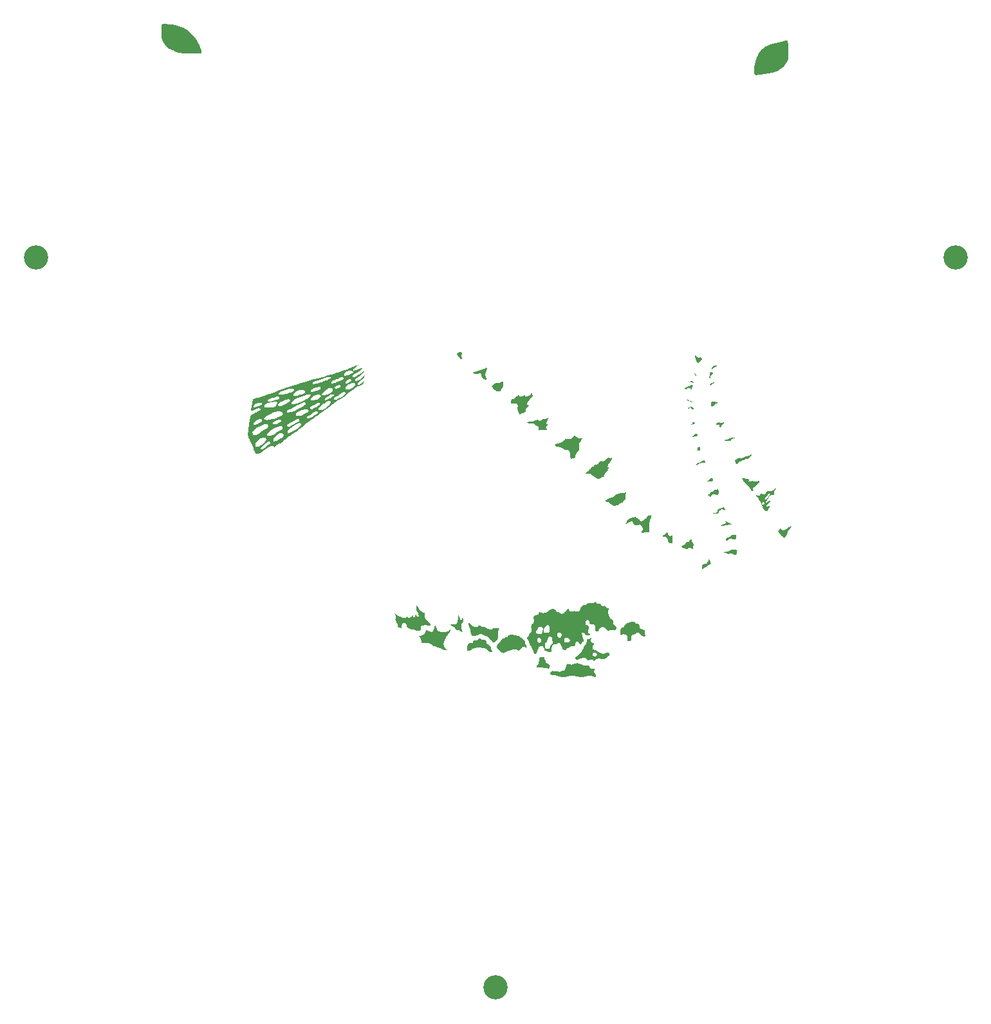
<source format=gts>
G04 #@! TF.GenerationSoftware,KiCad,Pcbnew,7.0.10*
G04 #@! TF.CreationDate,2024-06-20T09:16:52-05:00*
G04 #@! TF.ProjectId,g0dzilla_vs,6730647a-696c-46c6-915f-76732e6b6963,1*
G04 #@! TF.SameCoordinates,Original*
G04 #@! TF.FileFunction,Soldermask,Top*
G04 #@! TF.FilePolarity,Negative*
%FSLAX46Y46*%
G04 Gerber Fmt 4.6, Leading zero omitted, Abs format (unit mm)*
G04 Created by KiCad (PCBNEW 7.0.10) date 2024-06-20 09:16:52*
%MOMM*%
%LPD*%
G01*
G04 APERTURE LIST*
%ADD10C,3.200000*%
G04 APERTURE END LIST*
G36*
X138754951Y-110260499D02*
G01*
X138760011Y-110263857D01*
X138871819Y-110359254D01*
X138918733Y-110448256D01*
X138898290Y-110512904D01*
X138843418Y-110532253D01*
X138811544Y-110503406D01*
X138765580Y-110425445D01*
X138717348Y-110324247D01*
X138684278Y-110241046D01*
X138693927Y-110223881D01*
X138754951Y-110260499D01*
G37*
G36*
X138379850Y-111255848D02*
G01*
X138478252Y-111300679D01*
X138528445Y-111359339D01*
X138522994Y-111402264D01*
X138451910Y-111445356D01*
X138344324Y-111438376D01*
X138230414Y-111384578D01*
X138209496Y-111368460D01*
X138131207Y-111293307D01*
X138128847Y-111253383D01*
X138205818Y-111238875D01*
X138254698Y-111237984D01*
X138379850Y-111255848D01*
G37*
G36*
X138529664Y-116636333D02*
G01*
X138625680Y-116671474D01*
X138702163Y-116718057D01*
X138741705Y-116761355D01*
X138726896Y-116786644D01*
X138709568Y-116788513D01*
X138633416Y-116814033D01*
X138540336Y-116872942D01*
X138420848Y-116933915D01*
X138305547Y-116955661D01*
X138177479Y-116954901D01*
X138294874Y-116891214D01*
X138390106Y-116806674D01*
X138412269Y-116717539D01*
X138421948Y-116641283D01*
X138468560Y-116624433D01*
X138529664Y-116636333D01*
G37*
G36*
X141267864Y-111446571D02*
G01*
X141207424Y-111500833D01*
X141091911Y-111572398D01*
X140962882Y-111650160D01*
X140865427Y-111715744D01*
X140822585Y-111752869D01*
X140773112Y-111795403D01*
X140735943Y-111765535D01*
X140723949Y-111676236D01*
X140725447Y-111654960D01*
X140739450Y-111574808D01*
X140776203Y-111526128D01*
X140857330Y-111492232D01*
X140973614Y-111463423D01*
X141151409Y-111428280D01*
X141249343Y-111422525D01*
X141267864Y-111446571D01*
G37*
G36*
X138432305Y-114635349D02*
G01*
X138525461Y-114760794D01*
X138538294Y-114793668D01*
X138576823Y-114923765D01*
X138572252Y-114985212D01*
X138519085Y-114986010D01*
X138433614Y-114946075D01*
X138345171Y-114880627D01*
X138254829Y-114789904D01*
X138184457Y-114725363D01*
X138110807Y-114711799D01*
X138013248Y-114751645D01*
X137891376Y-114832719D01*
X137818997Y-114860744D01*
X137784653Y-114850698D01*
X137786557Y-114802780D01*
X137849947Y-114738255D01*
X137956452Y-114670715D01*
X138087699Y-114613754D01*
X138118140Y-114603971D01*
X138295489Y-114582603D01*
X138432305Y-114635349D01*
G37*
G36*
X141372717Y-113963861D02*
G01*
X141425186Y-113973946D01*
X141564651Y-114005977D01*
X141663367Y-114036877D01*
X141699328Y-114059219D01*
X141664974Y-114094208D01*
X141575071Y-114155884D01*
X141453866Y-114228132D01*
X141298012Y-114326904D01*
X141150860Y-114438303D01*
X141069541Y-114512857D01*
X140973828Y-114600271D01*
X140921103Y-114615339D01*
X140912806Y-114602919D01*
X140899157Y-114532035D01*
X140882162Y-114406489D01*
X140869135Y-114288555D01*
X140843338Y-114030724D01*
X140997191Y-113975090D01*
X141104756Y-113946079D01*
X141218913Y-113942365D01*
X141372717Y-113963861D01*
G37*
G36*
X139357268Y-119892629D02*
G01*
X139384105Y-119953642D01*
X139410759Y-120066843D01*
X139420855Y-120129708D01*
X139433673Y-120251705D01*
X139424416Y-120311404D01*
X139387440Y-120330288D01*
X139367904Y-120331227D01*
X139274008Y-120338159D01*
X139144552Y-120354685D01*
X139116639Y-120358992D01*
X138945883Y-120386288D01*
X139027362Y-120294315D01*
X139081874Y-120209197D01*
X139072807Y-120124898D01*
X139063090Y-120101930D01*
X139041608Y-120033072D01*
X139067562Y-119985846D01*
X139156280Y-119935301D01*
X139169288Y-119929058D01*
X139274138Y-119891270D01*
X139347012Y-119886897D01*
X139357268Y-119892629D01*
G37*
G36*
X141276378Y-109162405D02*
G01*
X141288446Y-109164695D01*
X141428229Y-109183440D01*
X141532568Y-109188908D01*
X141617260Y-109206537D01*
X141631466Y-109250123D01*
X141580178Y-109305713D01*
X141472050Y-109358090D01*
X141366081Y-109405583D01*
X141238477Y-109476915D01*
X141114591Y-109556035D01*
X141019773Y-109626891D01*
X140980729Y-109669160D01*
X140939979Y-109698741D01*
X140895314Y-109691350D01*
X140888236Y-109674576D01*
X140907284Y-109626326D01*
X140957215Y-109525448D01*
X141026975Y-109394228D01*
X141103766Y-109259615D01*
X141159452Y-109186183D01*
X141211250Y-109158818D01*
X141276378Y-109162405D01*
G37*
G36*
X137749435Y-113672723D02*
G01*
X137848737Y-113702947D01*
X137946333Y-113754394D01*
X137977593Y-113777984D01*
X138099233Y-113852049D01*
X138221518Y-113884560D01*
X138228465Y-113884706D01*
X138349109Y-113907622D01*
X138432906Y-113965265D01*
X138454958Y-114021311D01*
X138427512Y-114053725D01*
X138373716Y-114039509D01*
X138348236Y-114012774D01*
X138289618Y-113980187D01*
X138213710Y-113970084D01*
X138102374Y-113943780D01*
X137997027Y-113884706D01*
X137890263Y-113823584D01*
X137792748Y-113799328D01*
X137692285Y-113772291D01*
X137643866Y-113735295D01*
X137626744Y-113686306D01*
X137668686Y-113666312D01*
X137749435Y-113672723D01*
G37*
G36*
X138917632Y-118143494D02*
G01*
X139010242Y-118167227D01*
X139046846Y-118220770D01*
X139052605Y-118307058D01*
X139041348Y-118409688D01*
X138993369Y-118459148D01*
X138935210Y-118476759D01*
X138828386Y-118501250D01*
X138677998Y-118536753D01*
X138568905Y-118562951D01*
X138404083Y-118601312D01*
X138305469Y-118618871D01*
X138256819Y-118616980D01*
X138241886Y-118596991D01*
X138241513Y-118590212D01*
X138275550Y-118551155D01*
X138360494Y-118493952D01*
X138393732Y-118475255D01*
X138526742Y-118385118D01*
X138651398Y-118272704D01*
X138664305Y-118258482D01*
X138756544Y-118170027D01*
X138841633Y-118139214D01*
X138917632Y-118143494D01*
G37*
G36*
X141022895Y-124033044D02*
G01*
X141109765Y-124106042D01*
X141144370Y-124192438D01*
X141118480Y-124265188D01*
X141069664Y-124335992D01*
X141021355Y-124377929D01*
X140949519Y-124406943D01*
X140836072Y-124427086D01*
X140662931Y-124442411D01*
X140568068Y-124448384D01*
X140376985Y-124459044D01*
X140261282Y-124462783D01*
X140211132Y-124458163D01*
X140216713Y-124443746D01*
X140268201Y-124418092D01*
X140291413Y-124407866D01*
X140401879Y-124340024D01*
X140477310Y-124258970D01*
X140483513Y-124246886D01*
X140557065Y-124159236D01*
X140681381Y-124077258D01*
X140822867Y-124019762D01*
X140917203Y-124004068D01*
X141022895Y-124033044D01*
G37*
G36*
X140882607Y-109915121D02*
G01*
X140888236Y-109991463D01*
X140900920Y-110090449D01*
X140946500Y-110126546D01*
X140966499Y-110128068D01*
X141046797Y-110141219D01*
X141071720Y-110155025D01*
X141075897Y-110214348D01*
X141026974Y-110310525D01*
X140936208Y-110424309D01*
X140882883Y-110477846D01*
X140781434Y-110616079D01*
X140760168Y-110720789D01*
X140746502Y-110823948D01*
X140713846Y-110875058D01*
X140674713Y-110860916D01*
X140657919Y-110828701D01*
X140635175Y-110722242D01*
X140641620Y-110582744D01*
X140679026Y-110392753D01*
X140716990Y-110247546D01*
X140774812Y-110058283D01*
X140823466Y-109937132D01*
X140860287Y-109888083D01*
X140882607Y-109915121D01*
G37*
G36*
X107900885Y-107442412D02*
G01*
X108007992Y-107457673D01*
X108050175Y-107474162D01*
X108081633Y-107518717D01*
X108070208Y-107602251D01*
X108055688Y-107647087D01*
X108030229Y-107794598D01*
X108031845Y-107985966D01*
X108058934Y-108184629D01*
X108083496Y-108281765D01*
X108085384Y-108357536D01*
X108038148Y-108380513D01*
X107957410Y-108353555D01*
X107858792Y-108279520D01*
X107813379Y-108232333D01*
X107643781Y-108024808D01*
X107520425Y-107843681D01*
X107446544Y-107696325D01*
X107425370Y-107590114D01*
X107460134Y-107532421D01*
X107502859Y-107524034D01*
X107584581Y-107504432D01*
X107612101Y-107481345D01*
X107669088Y-107454803D01*
X107776633Y-107441640D01*
X107900885Y-107442412D01*
G37*
G36*
X138920606Y-107982942D02*
G01*
X139079652Y-108126475D01*
X139210426Y-108200193D01*
X139308384Y-108202703D01*
X139368983Y-108132610D01*
X139372773Y-108121681D01*
X139409785Y-108052730D01*
X139436585Y-108036303D01*
X139493274Y-108069124D01*
X139558627Y-108145925D01*
X139610290Y-108234207D01*
X139625910Y-108301475D01*
X139623566Y-108308127D01*
X139553206Y-108428253D01*
X139463332Y-108564096D01*
X139367954Y-108696683D01*
X139281079Y-108807043D01*
X139216716Y-108876204D01*
X139193856Y-108890084D01*
X139138190Y-108858711D01*
X139059998Y-108779984D01*
X139030290Y-108743195D01*
X138898932Y-108522507D01*
X138795293Y-108252847D01*
X138733314Y-107972213D01*
X138704431Y-107758824D01*
X138920606Y-107982942D01*
G37*
G36*
X139991957Y-121647074D02*
G01*
X140035511Y-121720931D01*
X140074433Y-121849419D01*
X140061206Y-121920080D01*
X139986479Y-121948965D01*
X139900317Y-121952942D01*
X139736428Y-121969119D01*
X139538747Y-122011744D01*
X139336998Y-122071953D01*
X139160908Y-122140883D01*
X139040766Y-122209226D01*
X138949241Y-122275372D01*
X138898551Y-122290580D01*
X138866865Y-122262057D01*
X138880568Y-122213806D01*
X138938406Y-122129524D01*
X138974353Y-122086952D01*
X139076280Y-121991987D01*
X139163860Y-121960666D01*
X139205566Y-121964068D01*
X139299463Y-121954545D01*
X139435291Y-121893794D01*
X139592814Y-121797661D01*
X139733858Y-121709636D01*
X139852318Y-121644056D01*
X139926717Y-121612607D01*
X139935117Y-121611429D01*
X139991957Y-121647074D01*
G37*
G36*
X143862400Y-118647874D02*
G01*
X143868244Y-118648737D01*
X143977164Y-118673129D01*
X144005064Y-118702900D01*
X143950812Y-118739999D01*
X143813277Y-118786375D01*
X143783474Y-118794784D01*
X143657069Y-118848875D01*
X143513867Y-118936981D01*
X143448595Y-118986874D01*
X143353901Y-119061720D01*
X143273471Y-119106006D01*
X143179596Y-119127722D01*
X143044565Y-119134857D01*
X142933272Y-119135463D01*
X142763679Y-119133390D01*
X142662372Y-119124496D01*
X142612308Y-119104769D01*
X142596439Y-119070198D01*
X142595799Y-119056031D01*
X142613432Y-119004884D01*
X142678978Y-118973021D01*
X142807153Y-118951567D01*
X142948763Y-118920860D01*
X143130786Y-118862440D01*
X143317848Y-118787916D01*
X143349579Y-118773570D01*
X143525267Y-118696474D01*
X143651979Y-118653995D01*
X143755695Y-118639880D01*
X143862400Y-118647874D01*
G37*
G36*
X142585904Y-116635372D02*
G01*
X142569286Y-116674031D01*
X142507391Y-116757606D01*
X142414603Y-116869940D01*
X142305307Y-116994876D01*
X142193888Y-117116257D01*
X142094730Y-117217927D01*
X142022219Y-117283729D01*
X141994314Y-117299832D01*
X141961177Y-117263497D01*
X141948161Y-117203782D01*
X141940076Y-117085748D01*
X141936562Y-117025602D01*
X141903951Y-116943004D01*
X141823142Y-116927707D01*
X141740833Y-116958954D01*
X141657170Y-116984056D01*
X141580863Y-116945154D01*
X141564881Y-116931201D01*
X141507965Y-116871952D01*
X141514450Y-116833037D01*
X141556441Y-116798858D01*
X141708524Y-116722156D01*
X141883541Y-116683691D01*
X142043510Y-116690238D01*
X142088032Y-116704050D01*
X142186767Y-116730982D01*
X142289179Y-116718503D01*
X142387014Y-116683957D01*
X142497994Y-116645849D01*
X142572310Y-116632008D01*
X142585904Y-116635372D01*
G37*
G36*
X142747955Y-129676952D02*
G01*
X142872646Y-129719968D01*
X142926639Y-129741155D01*
X143156361Y-129837974D01*
X143344509Y-129927698D01*
X143480221Y-130004438D01*
X143552633Y-130062303D01*
X143561266Y-130085211D01*
X143516071Y-130107443D01*
X143407610Y-130126809D01*
X143257989Y-130139560D01*
X143234627Y-130140619D01*
X143075100Y-130151363D01*
X142947876Y-130167834D01*
X142878157Y-130186664D01*
X142875185Y-130188651D01*
X142815309Y-130206685D01*
X142691476Y-130225893D01*
X142525011Y-130243323D01*
X142425042Y-130250949D01*
X142019496Y-130277933D01*
X142211597Y-130173812D01*
X142375329Y-130098181D01*
X142553409Y-130034483D01*
X142606603Y-130019800D01*
X142755955Y-129974624D01*
X142827139Y-129926460D01*
X142827105Y-129865644D01*
X142771027Y-129791148D01*
X142702557Y-129710804D01*
X142693062Y-129673318D01*
X142747955Y-129676952D01*
G37*
G36*
X144145605Y-131671600D02*
G01*
X144145007Y-131877528D01*
X144094283Y-132014765D01*
X143994354Y-132082563D01*
X143846144Y-132080175D01*
X143701988Y-132031053D01*
X143561088Y-131979802D01*
X143438685Y-131970472D01*
X143316085Y-131990030D01*
X143164278Y-132041770D01*
X143040828Y-132117415D01*
X143020492Y-132136625D01*
X142945447Y-132210550D01*
X142893152Y-132233025D01*
X142830053Y-132216782D01*
X142819916Y-132212737D01*
X142773600Y-132154002D01*
X142774650Y-132052737D01*
X142820235Y-131935476D01*
X142855031Y-131883909D01*
X142952428Y-131798609D01*
X143081727Y-131771638D01*
X143098694Y-131771429D01*
X143225858Y-131751724D01*
X143343350Y-131681632D01*
X143405091Y-131626646D01*
X143503436Y-131543474D01*
X143602187Y-131494149D01*
X143734347Y-131465451D01*
X143838200Y-131453162D01*
X144120098Y-131424460D01*
X144145605Y-131671600D01*
G37*
G36*
X138427093Y-111775791D02*
G01*
X138454958Y-111833111D01*
X138435345Y-111914841D01*
X138412246Y-111942368D01*
X138376804Y-111996812D01*
X138337102Y-112103467D01*
X138321800Y-112158333D01*
X138285546Y-112271096D01*
X138248555Y-112338978D01*
X138234267Y-112347900D01*
X138193957Y-112312327D01*
X138143414Y-112223980D01*
X138130565Y-112194960D01*
X138084248Y-112099523D01*
X138045500Y-112072354D01*
X138000424Y-112096993D01*
X137910359Y-112134632D01*
X137810370Y-112142532D01*
X137715203Y-112151105D01*
X137686555Y-112199150D01*
X137657211Y-112272050D01*
X137583632Y-112289062D01*
X137487496Y-112248565D01*
X137448698Y-112216951D01*
X137343253Y-112117891D01*
X137682357Y-112002840D01*
X137853322Y-111940648D01*
X138003226Y-111878682D01*
X138105150Y-111828259D01*
X138119641Y-111819021D01*
X138234888Y-111763545D01*
X138345619Y-111749482D01*
X138427093Y-111775791D01*
G37*
G36*
X140587064Y-134667711D02*
G01*
X140642713Y-134759868D01*
X140704886Y-134883785D01*
X140762375Y-135015184D01*
X140803968Y-135129783D01*
X140818457Y-135203302D01*
X140816897Y-135211543D01*
X140762894Y-135274366D01*
X140648068Y-135361425D01*
X140489190Y-135461335D01*
X140303030Y-135562712D01*
X140289634Y-135569458D01*
X140136458Y-135661388D01*
X139986842Y-135774315D01*
X139948950Y-135808438D01*
X139839382Y-135898552D01*
X139763863Y-135922690D01*
X139737854Y-135913643D01*
X139705568Y-135851948D01*
X139689172Y-135737143D01*
X139688544Y-135599984D01*
X139703561Y-135471223D01*
X139734101Y-135381615D01*
X139740008Y-135373458D01*
X139803837Y-135340043D01*
X139918497Y-135311672D01*
X139974759Y-135303584D01*
X140182035Y-135240876D01*
X140347423Y-135112617D01*
X140455878Y-134933132D01*
X140485945Y-134816866D01*
X140509984Y-134704901D01*
X140538144Y-134638999D01*
X140549150Y-134631597D01*
X140587064Y-134667711D01*
G37*
G36*
X143973157Y-133403336D02*
G01*
X144144260Y-133421468D01*
X144243415Y-133457753D01*
X144284045Y-133529282D01*
X144279573Y-133653147D01*
X144259269Y-133767638D01*
X144228759Y-133909406D01*
X144197587Y-133988811D01*
X144149951Y-134027513D01*
X144070050Y-134047174D01*
X144053297Y-134049986D01*
X143917944Y-134069951D01*
X143838125Y-134069236D01*
X143785395Y-134042561D01*
X143736964Y-133991261D01*
X143627337Y-133924549D01*
X143467969Y-133907003D01*
X143280114Y-133940365D01*
X143247132Y-133951135D01*
X143145047Y-133973124D01*
X143046620Y-133953120D01*
X142953243Y-133908446D01*
X142814547Y-133851790D01*
X142677010Y-133821890D01*
X142649792Y-133820505D01*
X142542423Y-133812323D01*
X142513263Y-133790709D01*
X142557025Y-133760055D01*
X142668421Y-133724755D01*
X142798572Y-133696874D01*
X142988705Y-133652215D01*
X143208425Y-133586434D01*
X143406891Y-133515020D01*
X143596782Y-133444961D01*
X143745890Y-133408729D01*
X143888542Y-133399553D01*
X143973157Y-133403336D01*
G37*
G36*
X151435205Y-130328038D02*
G01*
X151429276Y-130364824D01*
X151376963Y-130452156D01*
X151287562Y-130575859D01*
X151201815Y-130683916D01*
X151049490Y-130880546D01*
X150957471Y-131027226D01*
X150921876Y-131130305D01*
X150921160Y-131142680D01*
X150896248Y-131248374D01*
X150832096Y-131385695D01*
X150742490Y-131534562D01*
X150641213Y-131674899D01*
X150542050Y-131786627D01*
X150458787Y-131849667D01*
X150430883Y-131856807D01*
X150385008Y-131826150D01*
X150299193Y-131743651D01*
X150187598Y-131623521D01*
X150112243Y-131537044D01*
X149981855Y-131380877D01*
X149861666Y-131231648D01*
X149770213Y-131112587D01*
X149742263Y-131073412D01*
X149644502Y-130929544D01*
X149794056Y-130784856D01*
X149943609Y-130640169D01*
X150151566Y-130755963D01*
X150359523Y-130871758D01*
X150586484Y-130753878D01*
X150743855Y-130670398D01*
X150932821Y-130567695D01*
X151101189Y-130474305D01*
X151243851Y-130399172D01*
X151360341Y-130347034D01*
X151429162Y-130327303D01*
X151435205Y-130328038D01*
G37*
G36*
X113467500Y-111333508D02*
G01*
X113476432Y-111445409D01*
X113483549Y-111599926D01*
X113485095Y-111651393D01*
X113488197Y-111824573D01*
X113481315Y-111938923D01*
X113456937Y-112020957D01*
X113407550Y-112097188D01*
X113334051Y-112184429D01*
X113236168Y-112309384D01*
X113159031Y-112429272D01*
X113131549Y-112486639D01*
X113096373Y-112558555D01*
X113040776Y-112593112D01*
X112937042Y-112603594D01*
X112886642Y-112604034D01*
X112731610Y-112590035D01*
X112631782Y-112542685D01*
X112606723Y-112518656D01*
X112513469Y-112453348D01*
X112433978Y-112433278D01*
X112346684Y-112399850D01*
X112312908Y-112331311D01*
X112265848Y-112241792D01*
X112177282Y-112135797D01*
X112134300Y-112094996D01*
X111981285Y-111960646D01*
X112272660Y-111686538D01*
X112445051Y-111531791D01*
X112566400Y-111440759D01*
X112640167Y-111411438D01*
X112669812Y-111441824D01*
X112670757Y-111456099D01*
X112707413Y-111485486D01*
X112809395Y-111480735D01*
X112964718Y-111443944D01*
X113161398Y-111377210D01*
X113194489Y-111364448D01*
X113325657Y-111316710D01*
X113421541Y-111288598D01*
X113458316Y-111285599D01*
X113467500Y-111333508D01*
G37*
G36*
X142554219Y-127829957D02*
G01*
X142598795Y-127891827D01*
X142655829Y-127988377D01*
X142710668Y-128092054D01*
X142748659Y-128175306D01*
X142756340Y-128209991D01*
X142711267Y-128205975D01*
X142615391Y-128178698D01*
X142572820Y-128164153D01*
X142436023Y-128124564D01*
X142312481Y-128103142D01*
X142292173Y-128102042D01*
X142163271Y-128134964D01*
X142025940Y-128222051D01*
X141907555Y-128339963D01*
X141835494Y-128465358D01*
X141827395Y-128498315D01*
X141806051Y-128633782D01*
X141402343Y-128646173D01*
X141232078Y-128649051D01*
X141102784Y-128646704D01*
X141031513Y-128639702D01*
X141023688Y-128633512D01*
X141075203Y-128614760D01*
X141188165Y-128588312D01*
X141339634Y-128559445D01*
X141363362Y-128555384D01*
X141677984Y-128502308D01*
X141677984Y-128342795D01*
X141686142Y-128241598D01*
X141723954Y-128172933D01*
X141811421Y-128108257D01*
X141863769Y-128077691D01*
X141979008Y-128016502D01*
X142065368Y-127978390D01*
X142090229Y-127972101D01*
X142150085Y-127955569D01*
X142257222Y-127913451D01*
X142325794Y-127883318D01*
X142443693Y-127838841D01*
X142529783Y-127823198D01*
X142554219Y-127829957D01*
G37*
G36*
X135131080Y-131097879D02*
G01*
X135163815Y-131201303D01*
X135217817Y-131345663D01*
X135290062Y-131475654D01*
X135303224Y-131493481D01*
X135368014Y-131563990D01*
X135436209Y-131593685D01*
X135541290Y-131592987D01*
X135601903Y-131586443D01*
X135808236Y-131562006D01*
X135808236Y-132003003D01*
X135803380Y-132239818D01*
X135788478Y-132396330D01*
X135763029Y-132477080D01*
X135754874Y-132486030D01*
X135650083Y-132535709D01*
X135520091Y-132559789D01*
X135424034Y-132551175D01*
X135306356Y-132481355D01*
X135228010Y-132381738D01*
X135210589Y-132312794D01*
X135197492Y-132224917D01*
X135163920Y-132092483D01*
X135135883Y-132001547D01*
X135079294Y-131859172D01*
X135011453Y-131777189D01*
X134908354Y-131739346D01*
X134745992Y-131729388D01*
X134733828Y-131729323D01*
X134558173Y-131714297D01*
X134461909Y-131671013D01*
X134442185Y-131624066D01*
X134478333Y-131543975D01*
X134564687Y-131471204D01*
X134668108Y-131431611D01*
X134691009Y-131429916D01*
X134765806Y-131405291D01*
X134783698Y-131366867D01*
X134816767Y-131301956D01*
X134896779Y-131231517D01*
X134901093Y-131228714D01*
X134999817Y-131155854D01*
X135067620Y-131090068D01*
X135102152Y-131063682D01*
X135131080Y-131097879D01*
G37*
G36*
X138298832Y-132056225D02*
G01*
X138323174Y-132160000D01*
X138345630Y-132290039D01*
X138388883Y-132430327D01*
X138457241Y-132554332D01*
X138459803Y-132557640D01*
X138505035Y-132622984D01*
X138526047Y-132688432D01*
X138525221Y-132779831D01*
X138504936Y-132923027D01*
X138497539Y-132967366D01*
X138468136Y-133117579D01*
X138438233Y-133231469D01*
X138414030Y-133285662D01*
X138412881Y-133286513D01*
X138354894Y-133283431D01*
X138261649Y-133246825D01*
X138256628Y-133244239D01*
X138095404Y-133188201D01*
X137929990Y-133196446D01*
X137786693Y-133244202D01*
X137688098Y-133284326D01*
X137632201Y-133305014D01*
X137627980Y-133305838D01*
X137587810Y-133293000D01*
X137487573Y-133261589D01*
X137348745Y-133218334D01*
X137345042Y-133217183D01*
X137142251Y-133142900D01*
X137023703Y-133070123D01*
X136988412Y-132995255D01*
X137035396Y-132914699D01*
X137163672Y-132824856D01*
X137228303Y-132790188D01*
X137351582Y-132706913D01*
X137449474Y-132606394D01*
X137465389Y-132582197D01*
X137552055Y-132477659D01*
X137674006Y-132424989D01*
X137820115Y-132412348D01*
X137914507Y-132387464D01*
X137978103Y-132300424D01*
X137985837Y-132282590D01*
X138060681Y-132163932D01*
X138158674Y-132068445D01*
X138227055Y-132022861D01*
X138270283Y-132014650D01*
X138298832Y-132056225D01*
G37*
G36*
X141822017Y-125546053D02*
G01*
X141823171Y-125549057D01*
X141861511Y-125676692D01*
X141888007Y-125815015D01*
X141900055Y-125939579D01*
X141895055Y-126025937D01*
X141876594Y-126051093D01*
X141815916Y-126079626D01*
X141750840Y-126136836D01*
X141665207Y-126196866D01*
X141553778Y-126198862D01*
X141534843Y-126195356D01*
X141433920Y-126165996D01*
X141376694Y-126132350D01*
X141375752Y-126130957D01*
X141308579Y-126094506D01*
X141199576Y-126101029D01*
X141074083Y-126140795D01*
X140957442Y-126204076D01*
X140874992Y-126281141D01*
X140852075Y-126332026D01*
X140818406Y-126430094D01*
X140768363Y-126444468D01*
X140702508Y-126374991D01*
X140701497Y-126373453D01*
X140625247Y-126295265D01*
X140548258Y-126264538D01*
X140461154Y-126246964D01*
X140448782Y-126207821D01*
X140511506Y-126167481D01*
X140546350Y-126157897D01*
X140641754Y-126119574D01*
X140674015Y-126049130D01*
X140674790Y-126029263D01*
X140711494Y-125932359D01*
X140802617Y-125838518D01*
X140919681Y-125771224D01*
X141010719Y-125752269D01*
X141101044Y-125717811D01*
X141142021Y-125671280D01*
X141223256Y-125604204D01*
X141383495Y-125554127D01*
X141410330Y-125548901D01*
X141552733Y-125519477D01*
X141668525Y-125489939D01*
X141709407Y-125476139D01*
X141775164Y-125474444D01*
X141822017Y-125546053D01*
G37*
G36*
X129652002Y-125911493D02*
G01*
X129636200Y-125948181D01*
X129617369Y-126027716D01*
X129602285Y-126166247D01*
X129593576Y-126337401D01*
X129592675Y-126384541D01*
X129588358Y-126739334D01*
X129389894Y-126949613D01*
X129289697Y-127060961D01*
X129218357Y-127150140D01*
X129191429Y-127197554D01*
X129153948Y-127228146D01*
X129061345Y-127255846D01*
X129036722Y-127260321D01*
X128895829Y-127303869D01*
X128783978Y-127375343D01*
X128725408Y-127457713D01*
X128721849Y-127481537D01*
X128682069Y-127515300D01*
X128573672Y-127551188D01*
X128425475Y-127581643D01*
X128228205Y-127612168D01*
X128096140Y-127624444D01*
X128010668Y-127616489D01*
X127953179Y-127586316D01*
X127905062Y-127531943D01*
X127900461Y-127525666D01*
X127819378Y-127451674D01*
X127681815Y-127361486D01*
X127511695Y-127267628D01*
X127332940Y-127182626D01*
X127169472Y-127119007D01*
X127075329Y-127093598D01*
X126967014Y-127058347D01*
X126936175Y-127002691D01*
X126981879Y-126918833D01*
X127046303Y-126851116D01*
X127218032Y-126726700D01*
X127447231Y-126617860D01*
X127706049Y-126537075D01*
X127784568Y-126520316D01*
X127998311Y-126450440D01*
X128177749Y-126323841D01*
X128398005Y-126160540D01*
X128647285Y-126049353D01*
X128945838Y-125982432D01*
X129105028Y-125964373D01*
X129285846Y-125945938D01*
X129444651Y-125924794D01*
X129553838Y-125904762D01*
X129572159Y-125899744D01*
X129643722Y-125883334D01*
X129652002Y-125911493D01*
G37*
G36*
X107651620Y-142075809D02*
G01*
X107704024Y-142141233D01*
X107754932Y-142234774D01*
X107783196Y-142313267D01*
X107818294Y-142424609D01*
X107867903Y-142556089D01*
X107872867Y-142568090D01*
X107935735Y-142718555D01*
X108049515Y-142527765D01*
X108163295Y-142336975D01*
X108219534Y-142529076D01*
X108248707Y-142645599D01*
X108249874Y-142735056D01*
X108218482Y-142834159D01*
X108168306Y-142942095D01*
X108038799Y-143255452D01*
X107977258Y-143530155D01*
X107982851Y-143778110D01*
X108054748Y-144011221D01*
X108088836Y-144079511D01*
X108129059Y-144166883D01*
X108138131Y-144215480D01*
X108137306Y-144216589D01*
X108094585Y-144206415D01*
X108005303Y-144161558D01*
X107951718Y-144130185D01*
X107797139Y-144056733D01*
X107626793Y-144004604D01*
X107590757Y-143997961D01*
X107406309Y-143963962D01*
X107289560Y-143922844D01*
X107222897Y-143864077D01*
X107188709Y-143777134D01*
X107184109Y-143754855D01*
X107156428Y-143663034D01*
X107100458Y-143602933D01*
X106991911Y-143551700D01*
X106952941Y-143537321D01*
X106803860Y-143466696D01*
X106668885Y-143375324D01*
X106629126Y-143338993D01*
X106509440Y-143214068D01*
X106896763Y-143223757D01*
X107112356Y-143224604D01*
X107268090Y-143206664D01*
X107375687Y-143157932D01*
X107446867Y-143066404D01*
X107493350Y-142920075D01*
X107526857Y-142706941D01*
X107543520Y-142561342D01*
X107565853Y-142368831D01*
X107587050Y-142209761D01*
X107604546Y-142102019D01*
X107614845Y-142063867D01*
X107651620Y-142075809D01*
G37*
G36*
X146167421Y-120899914D02*
G01*
X146149674Y-120937858D01*
X146087202Y-121024234D01*
X145991676Y-121143370D01*
X145943597Y-121200472D01*
X145820496Y-121339962D01*
X145731448Y-121424788D01*
X145658485Y-121467987D01*
X145583636Y-121482593D01*
X145553609Y-121483362D01*
X145412424Y-121509253D01*
X145281300Y-121571524D01*
X145281157Y-121571626D01*
X145157672Y-121631921D01*
X145072446Y-121632990D01*
X144967394Y-121643261D01*
X144833486Y-121723707D01*
X144720358Y-121797444D01*
X144620326Y-121842245D01*
X144593883Y-121847617D01*
X144512481Y-121881453D01*
X144412923Y-121958339D01*
X144382415Y-121988803D01*
X144296089Y-122071792D01*
X144229659Y-122119324D01*
X144215192Y-122123698D01*
X144168358Y-122090546D01*
X144104394Y-122008493D01*
X144089448Y-121984958D01*
X144031677Y-121854329D01*
X144004919Y-121723134D01*
X144004698Y-121713427D01*
X144012496Y-121638279D01*
X144047302Y-121579632D01*
X144125911Y-121519962D01*
X144265072Y-121441772D01*
X144411468Y-121368199D01*
X144508917Y-121334042D01*
X144580853Y-121333434D01*
X144629937Y-121350447D01*
X144717162Y-121383107D01*
X144801284Y-121391613D01*
X144902449Y-121372280D01*
X145040803Y-121321424D01*
X145221177Y-121242302D01*
X145394602Y-121169628D01*
X145555613Y-121112292D01*
X145676363Y-121079918D01*
X145701119Y-121076466D01*
X145830033Y-121046594D01*
X145970406Y-120987301D01*
X145994651Y-120973758D01*
X146093771Y-120921252D01*
X146157880Y-120898431D01*
X146167421Y-120899914D01*
G37*
G36*
X118944062Y-147552529D02*
G01*
X118934259Y-147636815D01*
X118929126Y-147664562D01*
X118917973Y-147774577D01*
X118947539Y-147841719D01*
X119008526Y-147889460D01*
X119081263Y-147955640D01*
X119112167Y-148047932D01*
X119116807Y-148142019D01*
X119119829Y-148240522D01*
X119140669Y-148303883D01*
X119196988Y-148352232D01*
X119306448Y-148405702D01*
X119373987Y-148435166D01*
X119541804Y-148517673D01*
X119634251Y-148592253D01*
X119659130Y-148670253D01*
X119624247Y-148763020D01*
X119612425Y-148781853D01*
X119561997Y-148878335D01*
X119543698Y-148947301D01*
X119509648Y-149000002D01*
X119436867Y-149037404D01*
X119369409Y-149039308D01*
X119358763Y-149032097D01*
X119304290Y-149014425D01*
X119184507Y-148993301D01*
X119019293Y-148970980D01*
X118828524Y-148949717D01*
X118632080Y-148931769D01*
X118449836Y-148919392D01*
X118327059Y-148915009D01*
X118169842Y-148908298D01*
X118043555Y-148894555D01*
X117975249Y-148876737D01*
X117974874Y-148876499D01*
X117924053Y-148799860D01*
X117925184Y-148694515D01*
X117972736Y-148594883D01*
X118027590Y-148548581D01*
X118119889Y-148457516D01*
X118156650Y-148338595D01*
X118179888Y-148199220D01*
X118210534Y-148033873D01*
X118221329Y-147979349D01*
X118246392Y-147835548D01*
X118261260Y-147711684D01*
X118263026Y-147674594D01*
X118269705Y-147619019D01*
X118303311Y-147589945D01*
X118384194Y-147579474D01*
X118508488Y-147579347D01*
X118663567Y-147575060D01*
X118797875Y-147560315D01*
X118855979Y-147546719D01*
X118921880Y-147528799D01*
X118944062Y-147552529D01*
G37*
G36*
X111339195Y-109482081D02*
G01*
X111362187Y-109517552D01*
X111355263Y-109588201D01*
X111315324Y-109709990D01*
X111275162Y-109811947D01*
X111182055Y-110116698D01*
X111164749Y-110393248D01*
X111222986Y-110652186D01*
X111253053Y-110723531D01*
X111306174Y-110887760D01*
X111297203Y-111001606D01*
X111235815Y-111060936D01*
X111131681Y-111061621D01*
X110994475Y-110999529D01*
X110857197Y-110892583D01*
X110747281Y-110783137D01*
X110685750Y-110688934D01*
X110653597Y-110572800D01*
X110639273Y-110466410D01*
X110614821Y-110322800D01*
X110581074Y-110212031D01*
X110554265Y-110167950D01*
X110456329Y-110133120D01*
X110359523Y-110169583D01*
X110302062Y-110245712D01*
X110256453Y-110321861D01*
X110199286Y-110333605D01*
X110105362Y-110284827D01*
X110094410Y-110277710D01*
X110011998Y-110237062D01*
X109945513Y-110253272D01*
X109915398Y-110273599D01*
X109852636Y-110306547D01*
X109783354Y-110300535D01*
X109675258Y-110252423D01*
X109669971Y-110249732D01*
X109573498Y-110188689D01*
X109523963Y-110133660D01*
X109522327Y-110117726D01*
X109570044Y-110081149D01*
X109674046Y-110041247D01*
X109749238Y-110021226D01*
X109893475Y-109982432D01*
X110016443Y-109939440D01*
X110054902Y-109921666D01*
X110152024Y-109883734D01*
X110292756Y-109844965D01*
X110372102Y-109828001D01*
X110513171Y-109791985D01*
X110626536Y-109746858D01*
X110664764Y-109722165D01*
X110760141Y-109673640D01*
X110852990Y-109658488D01*
X110967644Y-109629685D01*
X111041729Y-109576819D01*
X111149349Y-109492873D01*
X111264841Y-109462688D01*
X111339195Y-109482081D01*
G37*
G36*
X145231543Y-124052318D02*
G01*
X145402959Y-124072470D01*
X145574398Y-124101135D01*
X145725205Y-124134288D01*
X145834722Y-124167903D01*
X145882292Y-124197955D01*
X145882857Y-124201023D01*
X145852436Y-124269709D01*
X145840168Y-124279496D01*
X145801496Y-124339142D01*
X145803947Y-124415350D01*
X145842496Y-124466961D01*
X145863633Y-124471597D01*
X145945438Y-124452813D01*
X146054186Y-124407214D01*
X146061651Y-124403407D01*
X146176293Y-124360422D01*
X146272248Y-124372042D01*
X146296330Y-124382063D01*
X146410108Y-124410429D01*
X146576782Y-124425283D01*
X146764896Y-124426296D01*
X146942991Y-124413137D01*
X147064548Y-124390120D01*
X147163268Y-124369811D01*
X147220841Y-124372761D01*
X147222647Y-124374188D01*
X147222073Y-124429668D01*
X147167549Y-124527001D01*
X147070661Y-124653323D01*
X146942995Y-124795766D01*
X146796138Y-124941463D01*
X146641676Y-125077549D01*
X146491195Y-125191156D01*
X146480505Y-125198337D01*
X146384223Y-125262722D01*
X146322902Y-125304355D01*
X146314638Y-125310222D01*
X146323814Y-125350104D01*
X146368452Y-125429903D01*
X146372434Y-125436036D01*
X146418062Y-125515539D01*
X146414415Y-125570869D01*
X146355754Y-125640216D01*
X146339261Y-125656782D01*
X146231837Y-125764207D01*
X146097121Y-125525503D01*
X146016667Y-125403750D01*
X145892538Y-125240695D01*
X145740618Y-125056208D01*
X145576793Y-124870159D01*
X145549102Y-124840021D01*
X145389806Y-124662930D01*
X145243858Y-124491761D01*
X145125433Y-124343754D01*
X145048705Y-124236148D01*
X145038474Y-124218974D01*
X144941148Y-124044706D01*
X145080807Y-124044706D01*
X145231543Y-124052318D01*
G37*
G36*
X69532768Y-64279858D02*
G01*
X69959140Y-64339131D01*
X70417472Y-64441321D01*
X70920841Y-64588022D01*
X71410384Y-64770739D01*
X71841405Y-64991395D01*
X72223325Y-65258387D01*
X72565567Y-65580109D01*
X72877552Y-65964961D01*
X73168702Y-66421337D01*
X73345334Y-66748698D01*
X73505828Y-67072333D01*
X73625107Y-67334301D01*
X73707061Y-67545428D01*
X73755581Y-67716535D01*
X73774559Y-67858448D01*
X73773043Y-67938409D01*
X73759664Y-68100673D01*
X73375462Y-68128169D01*
X73146361Y-68140338D01*
X72867856Y-68148561D01*
X72559347Y-68152913D01*
X72240236Y-68153468D01*
X71929921Y-68150299D01*
X71647806Y-68143482D01*
X71413288Y-68133090D01*
X71253077Y-68120069D01*
X71083115Y-68087433D01*
X70857265Y-68026059D01*
X70596879Y-67943587D01*
X70323309Y-67847658D01*
X70057907Y-67745912D01*
X69822025Y-67645992D01*
X69637015Y-67555536D01*
X69576057Y-67519961D01*
X69345192Y-67352030D01*
X69128141Y-67155201D01*
X68948047Y-66952230D01*
X68848092Y-66804241D01*
X68782714Y-66667958D01*
X68708735Y-66484125D01*
X68639950Y-66287577D01*
X68626149Y-66243698D01*
X68585163Y-66103159D01*
X68555516Y-65977595D01*
X68535320Y-65848526D01*
X68522688Y-65697466D01*
X68515730Y-65505934D01*
X68512558Y-65255446D01*
X68511889Y-65125269D01*
X68512456Y-64830658D01*
X68517217Y-64611891D01*
X68526785Y-64459509D01*
X68541775Y-64364055D01*
X68562802Y-64316069D01*
X68564582Y-64314177D01*
X68624836Y-64287240D01*
X68747100Y-64269900D01*
X68939934Y-64261322D01*
X69119540Y-64260078D01*
X69532768Y-64279858D01*
G37*
G36*
X150871418Y-66428461D02*
G01*
X150913307Y-66448163D01*
X150937236Y-66480805D01*
X150940832Y-66489160D01*
X150951846Y-66552707D01*
X150965664Y-66687783D01*
X150981208Y-66880628D01*
X150997401Y-67117481D01*
X151013166Y-67384581D01*
X151017858Y-67472550D01*
X151035223Y-67867060D01*
X151041191Y-68190683D01*
X151034338Y-68457328D01*
X151013237Y-68680901D01*
X150976463Y-68875311D01*
X150922588Y-69054464D01*
X150850187Y-69232269D01*
X150833759Y-69268035D01*
X150691148Y-69503718D01*
X150486311Y-69749109D01*
X150238322Y-69987849D01*
X149966255Y-70203575D01*
X149689184Y-70379927D01*
X149426185Y-70500546D01*
X149378824Y-70515980D01*
X148874291Y-70655999D01*
X148362056Y-70776103D01*
X147865154Y-70871702D01*
X147406618Y-70938204D01*
X147128903Y-70964434D01*
X146710831Y-70993228D01*
X146593350Y-70853609D01*
X146522688Y-70757365D01*
X146492895Y-70667318D01*
X146493536Y-70544313D01*
X146498025Y-70495903D01*
X146513058Y-70338201D01*
X146530604Y-70140052D01*
X146545783Y-69957647D01*
X146591408Y-69594511D01*
X146672577Y-69245313D01*
X146796371Y-68886817D01*
X146969869Y-68495786D01*
X147025817Y-68382287D01*
X147142480Y-68153386D01*
X147235275Y-67983999D01*
X147316706Y-67856399D01*
X147399276Y-67752856D01*
X147495491Y-67655643D01*
X147610400Y-67553455D01*
X147823656Y-67384380D01*
X148051605Y-67236024D01*
X148306379Y-67103210D01*
X148600107Y-66980763D01*
X148944922Y-66863504D01*
X149352954Y-66746257D01*
X149725681Y-66650800D01*
X150069297Y-66567059D01*
X150339534Y-66503629D01*
X150545627Y-66459283D01*
X150696815Y-66432792D01*
X150802333Y-66422927D01*
X150871418Y-66428461D01*
G37*
G36*
X119439711Y-115986322D02*
G01*
X119442755Y-116039738D01*
X119420743Y-116147790D01*
X119380818Y-116286042D01*
X119330122Y-116430054D01*
X119275797Y-116555389D01*
X119270145Y-116566526D01*
X119218637Y-116700166D01*
X119203634Y-116817049D01*
X119225382Y-116895351D01*
X119266219Y-116915631D01*
X119323991Y-116935514D01*
X119306612Y-116995308D01*
X119223530Y-117086387D01*
X119139239Y-117205851D01*
X119112381Y-117335309D01*
X119143031Y-117449781D01*
X119222191Y-117520435D01*
X119292880Y-117565006D01*
X119308679Y-117599027D01*
X119261097Y-117613327D01*
X119145697Y-117629487D01*
X118979952Y-117645499D01*
X118787076Y-117659018D01*
X118582247Y-117672450D01*
X118403989Y-117686809D01*
X118272383Y-117700306D01*
X118209664Y-117710456D01*
X118166282Y-117712217D01*
X118143733Y-117672655D01*
X118135613Y-117573963D01*
X118134958Y-117502808D01*
X118134958Y-117273140D01*
X117827658Y-117030352D01*
X117520358Y-116787563D01*
X117091272Y-116786910D01*
X116878028Y-116781867D01*
X116714496Y-116768712D01*
X116608304Y-116749333D01*
X116567083Y-116725616D01*
X116598465Y-116699447D01*
X116664412Y-116681375D01*
X117013473Y-116602344D01*
X117309014Y-116523250D01*
X117582455Y-116435420D01*
X117673785Y-116402827D01*
X117832888Y-116349562D01*
X117959980Y-116316005D01*
X118035464Y-116306945D01*
X118047064Y-116311598D01*
X118119764Y-116372124D01*
X118231505Y-116423961D01*
X118336850Y-116446050D01*
X118337187Y-116446051D01*
X118416468Y-116421782D01*
X118529303Y-116359972D01*
X118593679Y-116316092D01*
X118706400Y-116240380D01*
X118780535Y-116214361D01*
X118840712Y-116230340D01*
X118850188Y-116235965D01*
X118950220Y-116251823D01*
X119085838Y-116209671D01*
X119237968Y-116117086D01*
X119319412Y-116049573D01*
X119393458Y-115995276D01*
X119439173Y-115985824D01*
X119439711Y-115986322D01*
G37*
G36*
X110442509Y-145070655D02*
G01*
X110493004Y-145090168D01*
X110604692Y-145154415D01*
X110684466Y-145229660D01*
X110736854Y-145282020D01*
X110812327Y-145298050D01*
X110930991Y-145286381D01*
X111058908Y-145275237D01*
X111139325Y-145295945D01*
X111198478Y-145347101D01*
X111261149Y-145470165D01*
X111274632Y-145583849D01*
X111305588Y-145724866D01*
X111395190Y-145823860D01*
X111516978Y-145860173D01*
X111626532Y-145900107D01*
X111736881Y-146000002D01*
X111830576Y-146136416D01*
X111890169Y-146285903D01*
X111902353Y-146377954D01*
X111926441Y-146471141D01*
X111984993Y-146580517D01*
X111990617Y-146588591D01*
X112053230Y-146717429D01*
X112044879Y-146813628D01*
X111976141Y-146869855D01*
X111857594Y-146878776D01*
X111699815Y-146833059D01*
X111662777Y-146815875D01*
X111553690Y-146740400D01*
X111476245Y-146650023D01*
X111475632Y-146648888D01*
X111385484Y-146555407D01*
X111225282Y-146466445D01*
X111010318Y-146388816D01*
X110760117Y-146330093D01*
X110552622Y-146306232D01*
X110313389Y-146300012D01*
X110065158Y-146309749D01*
X109830671Y-146333761D01*
X109632668Y-146370365D01*
X109493892Y-146417878D01*
X109481473Y-146424717D01*
X109390863Y-146487052D01*
X109343165Y-146537174D01*
X109341009Y-146544970D01*
X109302770Y-146605249D01*
X109205736Y-146656151D01*
X109076434Y-146691448D01*
X108941389Y-146704914D01*
X108827126Y-146690320D01*
X108791247Y-146674031D01*
X108754428Y-146605376D01*
X108744295Y-146479034D01*
X108758393Y-146317568D01*
X108794267Y-146143542D01*
X108849462Y-145979522D01*
X108872188Y-145930053D01*
X108966098Y-145770451D01*
X109056261Y-145685840D01*
X109155638Y-145667482D01*
X109232256Y-145687296D01*
X109330162Y-145705639D01*
X109410640Y-145660480D01*
X109427152Y-145644613D01*
X109489933Y-145562807D01*
X109511765Y-145502583D01*
X109550467Y-145406336D01*
X109655161Y-145338847D01*
X109808727Y-145309334D01*
X109870152Y-145309645D01*
X110003657Y-145307636D01*
X110099608Y-145273393D01*
X110200908Y-145190458D01*
X110214214Y-145177660D01*
X110307351Y-145093236D01*
X110373001Y-145060847D01*
X110442509Y-145070655D01*
G37*
G36*
X122924049Y-118444257D02*
G01*
X123046175Y-118488145D01*
X123189384Y-118577916D01*
X123252985Y-118629369D01*
X123380172Y-118729710D01*
X123486502Y-118779489D01*
X123605610Y-118793873D01*
X123617977Y-118793950D01*
X123741808Y-118782475D01*
X123831735Y-118753892D01*
X123846045Y-118743435D01*
X123901971Y-118712446D01*
X123921916Y-118718275D01*
X123910416Y-118762006D01*
X123859144Y-118859649D01*
X123777119Y-118995051D01*
X123709182Y-119099251D01*
X123471093Y-119454871D01*
X123471093Y-119911745D01*
X123471093Y-120368619D01*
X123338422Y-120445738D01*
X123232162Y-120544148D01*
X123130913Y-120699753D01*
X123048398Y-120884817D01*
X122998334Y-121071600D01*
X122989993Y-121150150D01*
X122977401Y-121253220D01*
X122934775Y-121314393D01*
X122838463Y-121363065D01*
X122809681Y-121374268D01*
X122636265Y-121428059D01*
X122514100Y-121431077D01*
X122424195Y-121381086D01*
X122376860Y-121323278D01*
X122321966Y-121196519D01*
X122295139Y-121011738D01*
X122291536Y-120923230D01*
X122268394Y-120669610D01*
X122206581Y-120487244D01*
X122099521Y-120368271D01*
X121940640Y-120304829D01*
X121760844Y-120288697D01*
X121620333Y-120276483D01*
X121519318Y-120228827D01*
X121440676Y-120156504D01*
X121238353Y-120000235D01*
X120997641Y-119918368D01*
X120820642Y-119903866D01*
X120670631Y-119891906D01*
X120556884Y-119844376D01*
X120462998Y-119771376D01*
X120373242Y-119682533D01*
X120319207Y-119609677D01*
X120312101Y-119588054D01*
X120351103Y-119555905D01*
X120456858Y-119512870D01*
X120612491Y-119465258D01*
X120703142Y-119441853D01*
X120914116Y-119384890D01*
X121065020Y-119328365D01*
X121180423Y-119261497D01*
X121258223Y-119198284D01*
X121362913Y-119113383D01*
X121449630Y-119059763D01*
X121481264Y-119050084D01*
X121545076Y-119017399D01*
X121610192Y-118943362D01*
X121659002Y-118883715D01*
X121722844Y-118851429D01*
X121827338Y-118838326D01*
X121945942Y-118836169D01*
X122183782Y-118831067D01*
X122354716Y-118812780D01*
X122476907Y-118775369D01*
X122568520Y-118712895D01*
X122647719Y-118619419D01*
X122659260Y-118602925D01*
X122739126Y-118496394D01*
X122803385Y-118447234D01*
X122879406Y-118439046D01*
X122924049Y-118444257D01*
G37*
G36*
X104577051Y-143386811D02*
G01*
X104645224Y-143495416D01*
X104723118Y-143668961D01*
X104752388Y-143745715D01*
X104817496Y-143908936D01*
X104879311Y-144014231D01*
X104957895Y-144085798D01*
X105073308Y-144147833D01*
X105093446Y-144157089D01*
X105313820Y-144219408D01*
X105576825Y-144235690D01*
X105855444Y-144209286D01*
X106122663Y-144143546D01*
X106351468Y-144041820D01*
X106426184Y-143991803D01*
X106518154Y-143929314D01*
X106579208Y-143901971D01*
X106588918Y-143903596D01*
X106595202Y-143965456D01*
X106555961Y-144074694D01*
X106480505Y-144213245D01*
X106378141Y-144363047D01*
X106305759Y-144453054D01*
X106199620Y-144594395D01*
X106077121Y-144784911D01*
X105956206Y-144995591D01*
X105885642Y-145132295D01*
X105784627Y-145346872D01*
X105719625Y-145508441D01*
X105683827Y-145637854D01*
X105670422Y-145755965D01*
X105669748Y-145793320D01*
X105709668Y-146029232D01*
X105819927Y-146251706D01*
X105986274Y-146435731D01*
X106070117Y-146495960D01*
X106164967Y-146558363D01*
X106219524Y-146601582D01*
X106224706Y-146609364D01*
X106186395Y-146619776D01*
X106088937Y-146626197D01*
X106021933Y-146627194D01*
X105785128Y-146591120D01*
X105563026Y-146507093D01*
X105398132Y-146439098D01*
X105188864Y-146365689D01*
X104974126Y-146300276D01*
X104922689Y-146286362D01*
X104697629Y-146217522D01*
X104510032Y-146141051D01*
X104389076Y-146070631D01*
X104045088Y-145858941D01*
X103658275Y-145718121D01*
X103237367Y-145650985D01*
X103069817Y-145645379D01*
X102724202Y-145645379D01*
X102724202Y-145429813D01*
X102684282Y-145162593D01*
X102565062Y-144926784D01*
X102498322Y-144844958D01*
X102410496Y-144748908D01*
X102595628Y-144748908D01*
X102807907Y-144712394D01*
X103003613Y-144613208D01*
X103165788Y-144466885D01*
X103277473Y-144288957D01*
X103321710Y-144094959D01*
X103321849Y-144083689D01*
X103327813Y-144005886D01*
X103361677Y-143999665D01*
X103417899Y-144033156D01*
X103589787Y-144114877D01*
X103820956Y-144180841D01*
X103993470Y-144211859D01*
X104174167Y-144237414D01*
X104324311Y-143939269D01*
X104404153Y-143759759D01*
X104457358Y-143597694D01*
X104474454Y-143490646D01*
X104487307Y-143380425D01*
X104522959Y-143347147D01*
X104577051Y-143386811D01*
G37*
G36*
X130619917Y-142921552D02*
G01*
X130700246Y-142931394D01*
X130840830Y-142966155D01*
X130911186Y-143021069D01*
X130920594Y-143042155D01*
X130987308Y-143113533D01*
X131104171Y-143148881D01*
X131254717Y-143180844D01*
X131342785Y-143231249D01*
X131388236Y-143321927D01*
X131410934Y-143474713D01*
X131412099Y-143487358D01*
X131447879Y-143677130D01*
X131517968Y-143794429D01*
X131628580Y-143847404D01*
X131690529Y-143852437D01*
X131833457Y-143873164D01*
X131972332Y-143925707D01*
X132073228Y-143995608D01*
X132095187Y-144024877D01*
X132119603Y-144112060D01*
X132134654Y-144245860D01*
X132136975Y-144322017D01*
X132144480Y-144463808D01*
X132163569Y-144578415D01*
X132176686Y-144615275D01*
X132194339Y-144711555D01*
X132137584Y-144778795D01*
X132014980Y-144808098D01*
X131990619Y-144808673D01*
X131875215Y-144791912D01*
X131768791Y-144730884D01*
X131678247Y-144648678D01*
X131530097Y-144503019D01*
X131425291Y-144408319D01*
X131348214Y-144353787D01*
X131283249Y-144328634D01*
X131214778Y-144322068D01*
X131205467Y-144322017D01*
X131060503Y-144360072D01*
X130939215Y-144452495D01*
X130826454Y-144542045D01*
X130720136Y-144571588D01*
X130670936Y-144569890D01*
X130541137Y-144584386D01*
X130468261Y-144642185D01*
X130378417Y-144800595D01*
X130328861Y-144981346D01*
X130329414Y-145134714D01*
X130325504Y-145285984D01*
X130257994Y-145402313D01*
X130140768Y-145465249D01*
X130076243Y-145471252D01*
X129965765Y-145463293D01*
X129892556Y-145448850D01*
X129892254Y-145448726D01*
X129868093Y-145394410D01*
X129859787Y-145261558D01*
X129864985Y-145099911D01*
X129869712Y-144904932D01*
X129849631Y-144774224D01*
X129793692Y-144687797D01*
X129690845Y-144625660D01*
X129579933Y-144584197D01*
X129376627Y-144539514D01*
X129203393Y-144558786D01*
X129109114Y-144597912D01*
X129019977Y-144636190D01*
X128965485Y-144626556D01*
X128925391Y-144587240D01*
X128891889Y-144525262D01*
X128879423Y-144428837D01*
X128886053Y-144276593D01*
X128891626Y-144215295D01*
X128921220Y-143998138D01*
X128967002Y-143846880D01*
X129039656Y-143742221D01*
X129149865Y-143664857D01*
X129213153Y-143634426D01*
X129342722Y-143562061D01*
X129409178Y-143480043D01*
X129425162Y-143430357D01*
X129500176Y-143277235D01*
X129644614Y-143143701D01*
X129843642Y-143035562D01*
X130082424Y-142958620D01*
X130346128Y-142918682D01*
X130619917Y-142921552D01*
G37*
G36*
X114796722Y-144619354D02*
G01*
X114992023Y-144638242D01*
X115159801Y-144668105D01*
X115210757Y-144681953D01*
X115358308Y-144720850D01*
X115491174Y-144744818D01*
X115539176Y-144748446D01*
X115646183Y-144776450D01*
X115709933Y-144827497D01*
X115778972Y-144896945D01*
X115889020Y-144981665D01*
X115943758Y-145017997D01*
X116054559Y-145101089D01*
X116131924Y-145183798D01*
X116149055Y-145215773D01*
X116202536Y-145306021D01*
X116274286Y-145378709D01*
X116342340Y-145461949D01*
X116392821Y-145599164D01*
X116420885Y-145731802D01*
X116460590Y-145897448D01*
X116514082Y-146046066D01*
X116558932Y-146128781D01*
X116620529Y-146226366D01*
X116617493Y-146269647D01*
X116547642Y-146262536D01*
X116494570Y-146244220D01*
X116366759Y-146210546D01*
X116270309Y-146200337D01*
X116141600Y-146227589D01*
X115986346Y-146297446D01*
X115834854Y-146392058D01*
X115717426Y-146493576D01*
X115675883Y-146550461D01*
X115602093Y-146645344D01*
X115510495Y-146662894D01*
X115387229Y-146605700D01*
X115385639Y-146604661D01*
X115283893Y-146571355D01*
X115125666Y-146555220D01*
X114937856Y-146555072D01*
X114747364Y-146569723D01*
X114581089Y-146597987D01*
X114465930Y-146638679D01*
X114454841Y-146645702D01*
X114345608Y-146692082D01*
X114212262Y-146712555D01*
X114206226Y-146712605D01*
X114044769Y-146745188D01*
X113843058Y-146839718D01*
X113805006Y-146862017D01*
X113676476Y-146936408D01*
X113577732Y-146987988D01*
X113530088Y-147005626D01*
X113530038Y-147005616D01*
X113471383Y-146994476D01*
X113396471Y-146981064D01*
X113319394Y-146942051D01*
X113201460Y-146851483D01*
X113058163Y-146721948D01*
X112970669Y-146635088D01*
X112819425Y-146474606D01*
X112723539Y-146357879D01*
X112674151Y-146272404D01*
X112662397Y-146205677D01*
X112662821Y-146200732D01*
X112726783Y-145974481D01*
X112859940Y-145771975D01*
X112971897Y-145669206D01*
X113097617Y-145550960D01*
X113140321Y-145445103D01*
X113140336Y-145443148D01*
X113169859Y-145347521D01*
X113241531Y-145244187D01*
X113330003Y-145162885D01*
X113404590Y-145133110D01*
X113471373Y-145115522D01*
X113584770Y-145070299D01*
X113673337Y-145029620D01*
X113817152Y-144965775D01*
X113948978Y-144916568D01*
X114004790Y-144900739D01*
X114100228Y-144853745D01*
X114122185Y-144796011D01*
X114153155Y-144703022D01*
X114187827Y-144662195D01*
X114269451Y-144632861D01*
X114413059Y-144616231D01*
X114596275Y-144611873D01*
X114796722Y-144619354D01*
G37*
G36*
X117280434Y-112821552D02*
G01*
X117311163Y-112944605D01*
X117316417Y-112967181D01*
X117372279Y-113207456D01*
X117006560Y-113659844D01*
X116831463Y-113883981D01*
X116713652Y-114055765D01*
X116650454Y-114183625D01*
X116639196Y-114275989D01*
X116677207Y-114341286D01*
X116761813Y-114387944D01*
X116774279Y-114392451D01*
X116907716Y-114438967D01*
X116728481Y-114618203D01*
X116578448Y-114784795D01*
X116483102Y-114927065D01*
X116447518Y-115035804D01*
X116466452Y-115093443D01*
X116508281Y-115153518D01*
X116512773Y-115171681D01*
X116477132Y-115208470D01*
X116383307Y-115270056D01*
X116250950Y-115346141D01*
X116099711Y-115426431D01*
X115949241Y-115500631D01*
X115819189Y-115558444D01*
X115729206Y-115589575D01*
X115710030Y-115592269D01*
X115639156Y-115566989D01*
X115590386Y-115479377D01*
X115577667Y-115437809D01*
X115531578Y-115314287D01*
X115475845Y-115218378D01*
X115469948Y-115211446D01*
X115443844Y-115175223D01*
X115425620Y-115124530D01*
X115414138Y-115045484D01*
X115408262Y-114924199D01*
X115406855Y-114746792D01*
X115408780Y-114499378D01*
X115409130Y-114468701D01*
X115397740Y-114342499D01*
X115351693Y-114259004D01*
X115258398Y-114211405D01*
X115105263Y-114192887D01*
X114904198Y-114195528D01*
X114715294Y-114200466D01*
X114597894Y-114185902D01*
X114538276Y-114137461D01*
X114522719Y-114040766D01*
X114537502Y-113881439D01*
X114545716Y-113819916D01*
X114573542Y-113655730D01*
X114604623Y-113568255D01*
X114643988Y-113548841D01*
X114686392Y-113578056D01*
X114787185Y-113629738D01*
X114897602Y-113601525D01*
X115007836Y-113496659D01*
X115030666Y-113464264D01*
X115131377Y-113344209D01*
X115267645Y-113220246D01*
X115345835Y-113162463D01*
X115552269Y-113024971D01*
X115593011Y-113136047D01*
X115658828Y-113229093D01*
X115734394Y-113272383D01*
X115841580Y-113269151D01*
X115981510Y-113229030D01*
X116118150Y-113165720D01*
X116215466Y-113092917D01*
X116219859Y-113087838D01*
X116283134Y-113058964D01*
X116345473Y-113094383D01*
X116382304Y-113176348D01*
X116384706Y-113206908D01*
X116405270Y-113264259D01*
X116480839Y-113285524D01*
X116523446Y-113286659D01*
X116630612Y-113266773D01*
X116764789Y-113215992D01*
X116902616Y-113146890D01*
X117020731Y-113072040D01*
X117095772Y-113004013D01*
X117110420Y-112970757D01*
X117135609Y-112896069D01*
X117185488Y-112819612D01*
X117228439Y-112771276D01*
X117256474Y-112767849D01*
X117280434Y-112821552D01*
G37*
G36*
X109010031Y-143021733D02*
G01*
X109070166Y-143063326D01*
X109163956Y-143154530D01*
X109231256Y-143224562D01*
X109388661Y-143378976D01*
X109522326Y-143476687D01*
X109658790Y-143529991D01*
X109824595Y-143551186D01*
X109941435Y-143553614D01*
X110082430Y-143551296D01*
X110158218Y-143538681D01*
X110188954Y-143507282D01*
X110194789Y-143448608D01*
X110194790Y-143446891D01*
X110217632Y-143360295D01*
X110260944Y-143340169D01*
X110365534Y-143365838D01*
X110491356Y-143428441D01*
X110597498Y-143506368D01*
X110619345Y-143529455D01*
X110702696Y-143576111D01*
X110857194Y-143595492D01*
X110908916Y-143596303D01*
X111064811Y-143605062D01*
X111179842Y-143641055D01*
X111297579Y-143718860D01*
X111314203Y-143731892D01*
X111529989Y-143858684D01*
X111751595Y-143906752D01*
X111967699Y-143874470D01*
X112051765Y-143837799D01*
X112210233Y-143777537D01*
X112423070Y-143739385D01*
X112587957Y-143725296D01*
X112953392Y-143703026D01*
X112893015Y-143959160D01*
X112852162Y-144271688D01*
X112856655Y-144540571D01*
X112865705Y-144725147D01*
X112857695Y-144855068D01*
X112829014Y-144959992D01*
X112797059Y-145029849D01*
X112744957Y-145144338D01*
X112715734Y-145232416D01*
X112713446Y-145249915D01*
X112677988Y-145305849D01*
X112611741Y-145344647D01*
X112518250Y-145405507D01*
X112425380Y-145502610D01*
X112416733Y-145514347D01*
X112328705Y-145613346D01*
X112249473Y-145635750D01*
X112163623Y-145580720D01*
X112092065Y-145496630D01*
X111982085Y-145377075D01*
X111856640Y-145273328D01*
X111834585Y-145258869D01*
X111721418Y-145166971D01*
X111607334Y-145041259D01*
X111570966Y-144991399D01*
X111471123Y-144867643D01*
X111364193Y-144800406D01*
X111281988Y-144776732D01*
X111149828Y-144741490D01*
X111041420Y-144701087D01*
X111027227Y-144693938D01*
X110792454Y-144577767D01*
X110600995Y-144516224D01*
X110431400Y-144508308D01*
X110262214Y-144553021D01*
X110071985Y-144649361D01*
X110071907Y-144649406D01*
X109841820Y-144742731D01*
X109674496Y-144762115D01*
X109537959Y-144756850D01*
X109450338Y-144726528D01*
X109375894Y-144657179D01*
X109361325Y-144639704D01*
X109230531Y-144419882D01*
X109178002Y-144182358D01*
X109183312Y-144055458D01*
X109187660Y-143956080D01*
X109169256Y-143848508D01*
X109122168Y-143711127D01*
X109040464Y-143522319D01*
X109031810Y-143503373D01*
X108952590Y-143327192D01*
X108906417Y-143211006D01*
X108889395Y-143137837D01*
X108897628Y-143090707D01*
X108927219Y-143052640D01*
X108928158Y-143051698D01*
X108967909Y-143020831D01*
X109010031Y-143021733D01*
G37*
G36*
X123502422Y-148402949D02*
G01*
X123748572Y-148502710D01*
X123943509Y-148588634D01*
X124109402Y-148632605D01*
X124282007Y-148639681D01*
X124497077Y-148614921D01*
X124518091Y-148611570D01*
X124610600Y-148599785D01*
X124675024Y-148610405D01*
X124733164Y-148657187D01*
X124806817Y-148753886D01*
X124855936Y-148824764D01*
X125021908Y-149065748D01*
X125280361Y-149052454D01*
X125426286Y-149048482D01*
X125507702Y-149058787D01*
X125544948Y-149088161D01*
X125554578Y-149117042D01*
X125541401Y-149211084D01*
X125509054Y-149266454D01*
X125431261Y-149388147D01*
X125430250Y-149496809D01*
X125499407Y-149608370D01*
X125615712Y-149782561D01*
X125673476Y-149951211D01*
X125671134Y-150072704D01*
X125646626Y-150134984D01*
X125602513Y-150162391D01*
X125522977Y-150154569D01*
X125392203Y-150111161D01*
X125272242Y-150063698D01*
X125092802Y-150003630D01*
X124919136Y-149967428D01*
X124772136Y-149957324D01*
X124672692Y-149975551D01*
X124646773Y-149996865D01*
X124579434Y-150043174D01*
X124447679Y-150088031D01*
X124272418Y-150127020D01*
X124074562Y-150155725D01*
X123875021Y-150169731D01*
X123824835Y-150170421D01*
X123542674Y-150152943D01*
X123241988Y-150105566D01*
X123128259Y-150079615D01*
X122830936Y-150025728D01*
X122525372Y-150007662D01*
X122237474Y-150024926D01*
X121993149Y-150077028D01*
X121924985Y-150102430D01*
X121714296Y-150156941D01*
X121456262Y-150168257D01*
X121176578Y-150137388D01*
X120900942Y-150065348D01*
X120890566Y-150061697D01*
X120649367Y-149993828D01*
X120375135Y-149944682D01*
X120228886Y-149929384D01*
X120053440Y-149913093D01*
X119905619Y-149893147D01*
X119810183Y-149873097D01*
X119794492Y-149867107D01*
X119716788Y-149787197D01*
X119710732Y-149669737D01*
X119776577Y-149523995D01*
X119784784Y-149511649D01*
X119882395Y-149399930D01*
X119982672Y-149365765D01*
X120107410Y-149403502D01*
X120138540Y-149419915D01*
X120217921Y-149451949D01*
X120302260Y-149448708D01*
X120425910Y-149409483D01*
X120542524Y-149370371D01*
X120616501Y-149365902D01*
X120684275Y-149398513D01*
X120727439Y-149429649D01*
X120845516Y-149517806D01*
X121140978Y-149417313D01*
X121299849Y-149356989D01*
X121435094Y-149294481D01*
X121518035Y-149243078D01*
X121519220Y-149242024D01*
X121599348Y-149144040D01*
X121683541Y-149002761D01*
X121755913Y-148849860D01*
X121800580Y-148717012D01*
X121807576Y-148667050D01*
X121840564Y-148537627D01*
X121921926Y-148447468D01*
X122012384Y-148420169D01*
X122104112Y-148439456D01*
X122229218Y-148488020D01*
X122280886Y-148513194D01*
X122459358Y-148606219D01*
X122689035Y-148481977D01*
X122952869Y-148377422D01*
X123220531Y-148351012D01*
X123502422Y-148402949D01*
G37*
G36*
X127436619Y-121348963D02*
G01*
X127505210Y-121439606D01*
X127633278Y-121355043D01*
X127743227Y-121289252D01*
X127801759Y-121277634D01*
X127823599Y-121320370D01*
X127825378Y-121357414D01*
X127791829Y-121498269D01*
X127695130Y-121678548D01*
X127541208Y-121887497D01*
X127518023Y-121915353D01*
X127427029Y-122039964D01*
X127340948Y-122185868D01*
X127269321Y-122332507D01*
X127221692Y-122459324D01*
X127207603Y-122545761D01*
X127215587Y-122566903D01*
X127276527Y-122589763D01*
X127317705Y-122593278D01*
X127402109Y-122614672D01*
X127414203Y-122663090D01*
X127350393Y-122714882D01*
X127337023Y-122720368D01*
X127263159Y-122769945D01*
X127228064Y-122832269D01*
X127240664Y-122880696D01*
X127279488Y-122892101D01*
X127279250Y-122919564D01*
X127229156Y-122991629D01*
X127140003Y-123092817D01*
X127138045Y-123094874D01*
X126960638Y-123287931D01*
X126840874Y-123437180D01*
X126771686Y-123554507D01*
X126746002Y-123651797D01*
X126755765Y-123737560D01*
X126792923Y-123867124D01*
X126607083Y-123859932D01*
X126475029Y-123866035D01*
X126375325Y-123908520D01*
X126278169Y-123991412D01*
X126154970Y-124089698D01*
X126040115Y-124125785D01*
X125917242Y-124097735D01*
X125769985Y-124003611D01*
X125668372Y-123919220D01*
X125532833Y-123811263D01*
X125403935Y-123726471D01*
X125308376Y-123682292D01*
X125304328Y-123681323D01*
X125189044Y-123626733D01*
X125101633Y-123544993D01*
X125050689Y-123487099D01*
X124987197Y-123452932D01*
X124887427Y-123435229D01*
X124727652Y-123426725D01*
X124713858Y-123426295D01*
X124512948Y-123413617D01*
X124394373Y-123388191D01*
X124355610Y-123346695D01*
X124394138Y-123285807D01*
X124507436Y-123202207D01*
X124531967Y-123186729D01*
X124652817Y-123100219D01*
X124731704Y-123021238D01*
X124751765Y-122977821D01*
X124786487Y-122912930D01*
X124872729Y-122841726D01*
X124901177Y-122825082D01*
X124996560Y-122758155D01*
X125047796Y-122691901D01*
X125050589Y-122677486D01*
X125088105Y-122576674D01*
X125184351Y-122516298D01*
X125246160Y-122507900D01*
X125338040Y-122472227D01*
X125438000Y-122378042D01*
X125448712Y-122364425D01*
X125555594Y-122256953D01*
X125686335Y-122205412D01*
X125738221Y-122196797D01*
X125843044Y-122173569D01*
X125935186Y-122125562D01*
X126037459Y-122037498D01*
X126145454Y-121924053D01*
X126260243Y-121801314D01*
X126333748Y-121734246D01*
X126380566Y-121713972D01*
X126415294Y-121731614D01*
X126431348Y-121750169D01*
X126531066Y-121818617D01*
X126659153Y-121806752D01*
X126815243Y-121714658D01*
X126899869Y-121642108D01*
X127030889Y-121524458D01*
X127160693Y-121414810D01*
X127232079Y-121358831D01*
X127368028Y-121258319D01*
X127436619Y-121348963D01*
G37*
G36*
X132941400Y-128872543D02*
G01*
X132962941Y-128891646D01*
X132970140Y-128936664D01*
X132961686Y-129018381D01*
X132936269Y-129147579D01*
X132892577Y-129335043D01*
X132829298Y-129591556D01*
X132809061Y-129672545D01*
X132754478Y-129896533D01*
X132720566Y-130055887D01*
X132705310Y-130168282D01*
X132706693Y-130251394D01*
X132722697Y-130322895D01*
X132731799Y-130349613D01*
X132754677Y-130462162D01*
X132762784Y-130612327D01*
X132757682Y-130774267D01*
X132740928Y-130922137D01*
X132714083Y-131030096D01*
X132688376Y-131069257D01*
X132629932Y-131084977D01*
X132509343Y-131105254D01*
X132349445Y-131126405D01*
X132296852Y-131132411D01*
X132120085Y-131153863D01*
X131966450Y-131176092D01*
X131863529Y-131195016D01*
X131849343Y-131198641D01*
X131762777Y-131199889D01*
X131726336Y-131154558D01*
X131728237Y-131045043D01*
X131799315Y-130894659D01*
X131845789Y-130825570D01*
X131870333Y-130726541D01*
X131847329Y-130587474D01*
X131784552Y-130433364D01*
X131689777Y-130289203D01*
X131672784Y-130269424D01*
X131554654Y-130137214D01*
X131178510Y-130177535D01*
X130967018Y-130195107D01*
X130822238Y-130188680D01*
X130726992Y-130150126D01*
X130664101Y-130071313D01*
X130616388Y-129944111D01*
X130605533Y-129906360D01*
X130549821Y-129773066D01*
X130479777Y-129703784D01*
X130473259Y-129701376D01*
X130340696Y-129696715D01*
X130159607Y-129745412D01*
X129944157Y-129842868D01*
X129818955Y-129913881D01*
X129654814Y-130006006D01*
X129541535Y-130054832D01*
X129484461Y-130060299D01*
X129488931Y-130022350D01*
X129560288Y-129940925D01*
X129586303Y-129916427D01*
X129679435Y-129816894D01*
X129738127Y-129727335D01*
X129748309Y-129692513D01*
X129779801Y-129626558D01*
X129860280Y-129529065D01*
X129966274Y-129426667D01*
X130099020Y-129318884D01*
X130207803Y-129257942D01*
X130326603Y-129227974D01*
X130411686Y-129218683D01*
X130549849Y-129197583D01*
X130655031Y-129164155D01*
X130689872Y-129140839D01*
X130781281Y-129086380D01*
X130891767Y-129109790D01*
X130990562Y-129188002D01*
X131099526Y-129266179D01*
X131205006Y-129294725D01*
X131298334Y-129318777D01*
X131380548Y-129401130D01*
X131416198Y-129455547D01*
X131486052Y-129561316D01*
X131544509Y-129634493D01*
X131558419Y-129646994D01*
X131673838Y-129678455D01*
X131813796Y-129639922D01*
X131932717Y-129560393D01*
X132054401Y-129463470D01*
X132174534Y-129377502D01*
X132193659Y-129365131D01*
X132293826Y-129272005D01*
X132358233Y-129163333D01*
X132441633Y-129028923D01*
X132576041Y-128962413D01*
X132665263Y-128953950D01*
X132756757Y-128938606D01*
X132798656Y-128911261D01*
X132858942Y-128875242D01*
X132906831Y-128868572D01*
X132941400Y-128872543D01*
G37*
G36*
X125060805Y-145001142D02*
G01*
X125063746Y-145102515D01*
X125058609Y-145235157D01*
X125052897Y-145392365D01*
X125064181Y-145491810D01*
X125097832Y-145560311D01*
X125131291Y-145598014D01*
X125248970Y-145668855D01*
X125349412Y-145688068D01*
X125443813Y-145693617D01*
X125470606Y-145722831D01*
X125437009Y-145794558D01*
X125407694Y-145840266D01*
X125345383Y-145975492D01*
X125303117Y-146142780D01*
X125287301Y-146305953D01*
X125303757Y-146427325D01*
X125383247Y-146518645D01*
X125526662Y-146583707D01*
X125668609Y-146642243D01*
X125793223Y-146716138D01*
X125818992Y-146736765D01*
X125913988Y-146807259D01*
X126052539Y-146894289D01*
X126177186Y-146964174D01*
X126421769Y-147065431D01*
X126643568Y-147093213D01*
X126861508Y-147048543D01*
X126960414Y-147006510D01*
X127082187Y-146953534D01*
X127169516Y-146939452D01*
X127261941Y-146960538D01*
X127300083Y-146974498D01*
X127446548Y-147048688D01*
X127509684Y-147130424D01*
X127491477Y-147224022D01*
X127443668Y-147286256D01*
X127353788Y-147367113D01*
X127274507Y-147415600D01*
X127271158Y-147416741D01*
X127206752Y-147468845D01*
X127144554Y-147565821D01*
X127139170Y-147577559D01*
X127090779Y-147661654D01*
X127020087Y-147716702D01*
X126901040Y-147759861D01*
X126836120Y-147777115D01*
X126691305Y-147809763D01*
X126591677Y-147815865D01*
X126500833Y-147794018D01*
X126422615Y-147761183D01*
X126221399Y-147715005D01*
X125997509Y-147739190D01*
X125769224Y-147829184D01*
X125559496Y-147976265D01*
X125499879Y-148022657D01*
X125451561Y-148025295D01*
X125385841Y-147978245D01*
X125332102Y-147929244D01*
X125229338Y-147851907D01*
X125129179Y-147828319D01*
X125005101Y-147857199D01*
X124889913Y-147907900D01*
X124780099Y-147958864D01*
X124705951Y-147989396D01*
X124691443Y-147993278D01*
X124652134Y-147965387D01*
X124572731Y-147893163D01*
X124494719Y-147816553D01*
X124319752Y-147639829D01*
X124012817Y-147663685D01*
X123820022Y-147689717D01*
X123633193Y-147733150D01*
X123513782Y-147775438D01*
X123313394Y-147847708D01*
X123151359Y-147867656D01*
X123036633Y-147837283D01*
X122978175Y-147758588D01*
X122979216Y-147656100D01*
X123022755Y-147555292D01*
X123116726Y-147459538D01*
X123229242Y-147380502D01*
X123488588Y-147179552D01*
X123506869Y-147160272D01*
X125265892Y-147160272D01*
X125305540Y-147286945D01*
X125376990Y-147376325D01*
X125515088Y-147466660D01*
X125641060Y-147474960D01*
X125748302Y-147401859D01*
X125792044Y-147336459D01*
X125840535Y-147223435D01*
X125838527Y-147140245D01*
X125822118Y-147102647D01*
X125713295Y-146984746D01*
X125549216Y-146929877D01*
X125481788Y-146926051D01*
X125358859Y-146959013D01*
X125285279Y-147044024D01*
X125265892Y-147160272D01*
X123506869Y-147160272D01*
X123724022Y-146931247D01*
X123920992Y-146655536D01*
X124064948Y-146372371D01*
X124135210Y-146138327D01*
X124177572Y-146023448D01*
X124257936Y-145970182D01*
X124264139Y-145968533D01*
X124380089Y-145897549D01*
X124455711Y-145757752D01*
X124487890Y-145557173D01*
X124484300Y-145401289D01*
X124472877Y-145252980D01*
X124478871Y-145174905D01*
X124517291Y-145151952D01*
X124603143Y-145169010D01*
X124690166Y-145194018D01*
X124778589Y-145186699D01*
X124881699Y-145110173D01*
X124900926Y-145090683D01*
X124983105Y-145010848D01*
X125040370Y-144965946D01*
X125049926Y-144962353D01*
X125060805Y-145001142D01*
G37*
G36*
X102111644Y-140685893D02*
G01*
X102167834Y-140776026D01*
X102207588Y-140852564D01*
X102381718Y-141165643D01*
X102563946Y-141407552D01*
X102750293Y-141574359D01*
X102936783Y-141662130D01*
X103039510Y-141675295D01*
X103099240Y-141679540D01*
X103132629Y-141705090D01*
X103147331Y-141771165D01*
X103150999Y-141896986D01*
X103151093Y-141955532D01*
X103175296Y-142246566D01*
X103252973Y-142480653D01*
X103391730Y-142672857D01*
X103595519Y-142835887D01*
X103742794Y-142938908D01*
X103833039Y-143026648D01*
X103886164Y-143120840D01*
X103903579Y-143172188D01*
X103931195Y-143283293D01*
X103925088Y-143343109D01*
X103881428Y-143380322D01*
X103875341Y-143383642D01*
X103716445Y-143423439D01*
X103555573Y-143382934D01*
X103523120Y-143363965D01*
X103390623Y-143320560D01*
X103211722Y-143319743D01*
X103012554Y-143359079D01*
X102835042Y-143428063D01*
X102637949Y-143526496D01*
X102665373Y-143733232D01*
X102668214Y-143907008D01*
X102620403Y-144025493D01*
X102517793Y-144090160D01*
X102356240Y-144102483D01*
X102131596Y-144063936D01*
X101913110Y-144000544D01*
X101726270Y-143944929D01*
X101539781Y-143897880D01*
X101392935Y-143869278D01*
X101388715Y-143868695D01*
X101228353Y-143826094D01*
X101067876Y-143749703D01*
X100932144Y-143654915D01*
X100846017Y-143557120D01*
X100831891Y-143523955D01*
X100810667Y-143430862D01*
X100786617Y-143304190D01*
X100783582Y-143286484D01*
X100723492Y-143129786D01*
X100613551Y-143035568D01*
X100465583Y-143012527D01*
X100420780Y-143019608D01*
X100288366Y-143077883D01*
X100205698Y-143189312D01*
X100167240Y-143363653D01*
X100162857Y-143474391D01*
X100162857Y-143717683D01*
X99896051Y-143645470D01*
X99629244Y-143573257D01*
X99629244Y-143368937D01*
X99619760Y-143229089D01*
X99583875Y-143141811D01*
X99530296Y-143089940D01*
X99459637Y-143011935D01*
X99456350Y-142916534D01*
X99459486Y-142903154D01*
X99460639Y-142795193D01*
X99398350Y-142714607D01*
X99327735Y-142622206D01*
X99311540Y-142528715D01*
X99351765Y-142465042D01*
X99388354Y-142395717D01*
X99388310Y-142268691D01*
X99353225Y-142102608D01*
X99310089Y-141976688D01*
X99225724Y-141762652D01*
X99485282Y-141971806D01*
X99686940Y-142111339D01*
X99917573Y-142234636D01*
X100151818Y-142330777D01*
X100364313Y-142388843D01*
X100482192Y-142401009D01*
X100650138Y-142360167D01*
X100759032Y-142288974D01*
X100843581Y-142222925D01*
X100895072Y-142192355D01*
X100901047Y-142192924D01*
X100926290Y-142238682D01*
X100956911Y-142294286D01*
X101043471Y-142381663D01*
X101160539Y-142392938D01*
X101301830Y-142329053D01*
X101429131Y-142223436D01*
X101532457Y-142124989D01*
X101591864Y-142081083D01*
X101622768Y-142084869D01*
X101640579Y-142129476D01*
X101683993Y-142199644D01*
X101758810Y-142260582D01*
X101835835Y-142294209D01*
X101885873Y-142282448D01*
X101886365Y-142281679D01*
X101906012Y-142222846D01*
X101930399Y-142116574D01*
X101935418Y-142090716D01*
X101964431Y-141983871D01*
X101998872Y-141914962D01*
X102028014Y-141898039D01*
X102041133Y-141947149D01*
X102041177Y-141952195D01*
X102073539Y-142034853D01*
X102150979Y-142128512D01*
X102244026Y-142203430D01*
X102316715Y-142230253D01*
X102367860Y-142194460D01*
X102382423Y-142096791D01*
X102361850Y-141951811D01*
X102307589Y-141774083D01*
X102259929Y-141658812D01*
X102191793Y-141518900D01*
X102130611Y-141411142D01*
X102089501Y-141358614D01*
X102089173Y-141358406D01*
X102068015Y-141307319D01*
X102052587Y-141199565D01*
X102043358Y-141059156D01*
X102040797Y-140910104D01*
X102045373Y-140776420D01*
X102057553Y-140682116D01*
X102075359Y-140650757D01*
X102111644Y-140685893D01*
G37*
G36*
X149379563Y-125364372D02*
G01*
X149342398Y-125462928D01*
X149270573Y-125583023D01*
X149171884Y-125790745D01*
X149146689Y-125938162D01*
X149141375Y-126060893D01*
X149135493Y-126148683D01*
X149133972Y-126162221D01*
X149088380Y-126189580D01*
X148967143Y-126192908D01*
X148911019Y-126188541D01*
X148775621Y-126181176D01*
X148685401Y-126200659D01*
X148601275Y-126260061D01*
X148548162Y-126309905D01*
X148444674Y-126436363D01*
X148401920Y-126549545D01*
X148401513Y-126559597D01*
X148364215Y-126669745D01*
X148254485Y-126814346D01*
X148205027Y-126866638D01*
X148094193Y-126988084D01*
X148040406Y-127074238D01*
X148033560Y-127142532D01*
X148037147Y-127156255D01*
X148080314Y-127233533D01*
X148137314Y-127228858D01*
X148211882Y-127141879D01*
X148213338Y-127139664D01*
X148291743Y-127062263D01*
X148371654Y-127032942D01*
X148464962Y-127004748D01*
X148558846Y-126940122D01*
X148633062Y-126881233D01*
X148662297Y-126881656D01*
X148650514Y-126930752D01*
X148601677Y-127017877D01*
X148519749Y-127132390D01*
X148459953Y-127205616D01*
X148311432Y-127384356D01*
X148216050Y-127512085D01*
X148167385Y-127598966D01*
X148159015Y-127655158D01*
X148165563Y-127671400D01*
X148235884Y-127712640D01*
X148343733Y-127697112D01*
X148438301Y-127646993D01*
X148533749Y-127598759D01*
X148581684Y-127618601D01*
X148581516Y-127703268D01*
X148532654Y-127849506D01*
X148491645Y-127940795D01*
X148407153Y-128109536D01*
X148338280Y-128216441D01*
X148267940Y-128278536D01*
X148179046Y-128312849D01*
X148102689Y-128328414D01*
X147953278Y-128354347D01*
X147725162Y-127950377D01*
X147623072Y-127760932D01*
X147531760Y-127575916D01*
X147463699Y-127421396D01*
X147450325Y-127384357D01*
X147570281Y-127384357D01*
X147594705Y-127467839D01*
X147628501Y-127523187D01*
X147660852Y-127529799D01*
X147712805Y-127481343D01*
X147768526Y-127415557D01*
X147840822Y-127312491D01*
X147877916Y-127226611D01*
X147879113Y-127203962D01*
X147831547Y-127153873D01*
X147761167Y-127139664D01*
X147657981Y-127176375D01*
X147589522Y-127267463D01*
X147570281Y-127384357D01*
X147450325Y-127384357D01*
X147438023Y-127350285D01*
X147363786Y-127164406D01*
X147244935Y-126938162D01*
X147152000Y-126787479D01*
X147849646Y-126787479D01*
X147882299Y-126816187D01*
X147983691Y-126808176D01*
X148046451Y-126793342D01*
X148124518Y-126744462D01*
X148216910Y-126648762D01*
X148259897Y-126591299D01*
X148361727Y-126445417D01*
X148476870Y-126286046D01*
X148519183Y-126229038D01*
X148592218Y-126119690D01*
X148632195Y-126035446D01*
X148634059Y-126004773D01*
X148566892Y-125964550D01*
X148472609Y-125979890D01*
X148380893Y-126042612D01*
X148348831Y-126083380D01*
X148287315Y-126173755D01*
X148192323Y-126305662D01*
X148082631Y-126453108D01*
X148063771Y-126477984D01*
X147965537Y-126610356D01*
X147890833Y-126717110D01*
X147852270Y-126780019D01*
X147849646Y-126787479D01*
X147152000Y-126787479D01*
X147094469Y-126694199D01*
X146925387Y-126455161D01*
X146920410Y-126448627D01*
X146844538Y-126340750D01*
X146800676Y-126261363D01*
X146796384Y-126233253D01*
X146847252Y-126232130D01*
X146939885Y-126260375D01*
X146947887Y-126263628D01*
X147097713Y-126296500D01*
X147224305Y-126271223D01*
X147305707Y-126193480D01*
X147315850Y-126168389D01*
X147384428Y-126058428D01*
X147486598Y-126008359D01*
X147596474Y-126023039D01*
X147683147Y-126099448D01*
X147753268Y-126162379D01*
X147839090Y-126155406D01*
X147946949Y-126075765D01*
X148078086Y-125927140D01*
X148244414Y-125717159D01*
X148464515Y-125739875D01*
X148637252Y-125741640D01*
X148794183Y-125702231D01*
X148956525Y-125612717D01*
X149145493Y-125464165D01*
X149169916Y-125442870D01*
X149290625Y-125350587D01*
X149361406Y-125325673D01*
X149379563Y-125364372D01*
G37*
G36*
X125767276Y-140417698D02*
G01*
X125843132Y-140490762D01*
X125926990Y-140523763D01*
X126054344Y-140529288D01*
X126079748Y-140528512D01*
X126209325Y-140528789D01*
X126286054Y-140551423D01*
X126342150Y-140611421D01*
X126376419Y-140666700D01*
X126483007Y-140792821D01*
X126603971Y-140843882D01*
X126719558Y-140819321D01*
X126859620Y-140780804D01*
X126983700Y-140825511D01*
X127066369Y-140911563D01*
X127156437Y-141009893D01*
X127249461Y-141076712D01*
X127260842Y-141081678D01*
X127362679Y-141154354D01*
X127387470Y-141261877D01*
X127341780Y-141387120D01*
X127277613Y-141553530D01*
X127293014Y-141693729D01*
X127343343Y-141770495D01*
X127395478Y-141873406D01*
X127407175Y-141970375D01*
X127425926Y-142087281D01*
X127485178Y-142217295D01*
X127496405Y-142234671D01*
X127566680Y-142345941D01*
X127616625Y-142438495D01*
X127622881Y-142453190D01*
X127677396Y-142517131D01*
X127778590Y-142586018D01*
X127812914Y-142603651D01*
X127910057Y-142654809D01*
X127955477Y-142706987D01*
X127965511Y-142791385D01*
X127960314Y-142885134D01*
X127956256Y-142989233D01*
X127969252Y-143068078D01*
X128010662Y-143144505D01*
X128091844Y-143241348D01*
X128188725Y-143344325D01*
X128324193Y-143498245D01*
X128395768Y-143619531D01*
X128407067Y-143727817D01*
X128361705Y-143842738D01*
X128298051Y-143937816D01*
X128218849Y-144013708D01*
X128120835Y-144033469D01*
X127982488Y-143999419D01*
X127926925Y-143977841D01*
X127836487Y-143949505D01*
X127753205Y-143953812D01*
X127642278Y-143994915D01*
X127592709Y-144017714D01*
X127429337Y-144078718D01*
X127309231Y-144078209D01*
X127211880Y-144011440D01*
X127140171Y-143912940D01*
X127004722Y-143765004D01*
X126808508Y-143645814D01*
X126615216Y-143579150D01*
X126486449Y-143587905D01*
X126347890Y-143659315D01*
X126222393Y-143777143D01*
X126134701Y-143920559D01*
X126039931Y-144065674D01*
X125910775Y-144133936D01*
X125779696Y-144130662D01*
X125664645Y-144066290D01*
X125593362Y-143951378D01*
X125584369Y-143824717D01*
X125616342Y-143650876D01*
X125626301Y-143535761D01*
X125611822Y-143454999D01*
X125570480Y-143384215D01*
X125536327Y-143341790D01*
X125459665Y-143263718D01*
X125378859Y-143225124D01*
X125259587Y-143212717D01*
X125201433Y-143212101D01*
X125019065Y-143193345D01*
X124911944Y-143137473D01*
X124881133Y-143045078D01*
X124882292Y-143033840D01*
X124881599Y-142922005D01*
X124832716Y-142829681D01*
X124766876Y-142761828D01*
X124641609Y-142675172D01*
X124533271Y-142668879D01*
X124433179Y-142740773D01*
X124356300Y-142866872D01*
X124322945Y-143010732D01*
X124330430Y-143150651D01*
X124376072Y-143264933D01*
X124457186Y-143331877D01*
X124507399Y-143340822D01*
X124648729Y-143372651D01*
X124734542Y-143466768D01*
X124765532Y-143624618D01*
X124744542Y-143836407D01*
X124709104Y-144052553D01*
X124699711Y-144204660D01*
X124718346Y-144310605D01*
X124766990Y-144388265D01*
X124810076Y-144427665D01*
X124899611Y-144516451D01*
X124909435Y-144582937D01*
X124837410Y-144635123D01*
X124746595Y-144664922D01*
X124616549Y-144682299D01*
X124485501Y-144672914D01*
X124380081Y-144641972D01*
X124326914Y-144594678D01*
X124324874Y-144582486D01*
X124298556Y-144536577D01*
X124232364Y-144454199D01*
X124199213Y-144416909D01*
X124089862Y-144327643D01*
X123976571Y-144281813D01*
X123882115Y-144284604D01*
X123831912Y-144333279D01*
X123836158Y-144396022D01*
X123865508Y-144516118D01*
X123914202Y-144671313D01*
X123934151Y-144728152D01*
X124029481Y-145020012D01*
X124079292Y-145244064D01*
X124083384Y-145404860D01*
X124041557Y-145506949D01*
X123953611Y-145554883D01*
X123897511Y-145560000D01*
X123840676Y-145581472D01*
X123811701Y-145658919D01*
X123804510Y-145719729D01*
X123775821Y-145846700D01*
X123720531Y-145894178D01*
X123643327Y-145862113D01*
X123548894Y-145750451D01*
X123530984Y-145722783D01*
X123441776Y-145589326D01*
X123370556Y-145514692D01*
X123295414Y-145482222D01*
X123205479Y-145475276D01*
X123136914Y-145483477D01*
X123090696Y-145522115D01*
X123051461Y-145610806D01*
X123020358Y-145711693D01*
X122986531Y-145851571D01*
X122971534Y-145963833D01*
X122975136Y-146010516D01*
X122972767Y-146043532D01*
X122924326Y-146062577D01*
X122815130Y-146070964D01*
X122701350Y-146072269D01*
X122545814Y-146078046D01*
X122440771Y-146093658D01*
X122403866Y-146115586D01*
X122367738Y-146170631D01*
X122278440Y-146234355D01*
X122164599Y-146290972D01*
X122054842Y-146324699D01*
X122018196Y-146328244D01*
X121911127Y-146364072D01*
X121834354Y-146456471D01*
X121772769Y-146539427D01*
X121696504Y-146576306D01*
X121574242Y-146584538D01*
X121450808Y-146572985D01*
X121363185Y-146544042D01*
X121347548Y-146531177D01*
X121313750Y-146465703D01*
X121265092Y-146344408D01*
X121211879Y-146193055D01*
X121209869Y-146186947D01*
X121147839Y-146023065D01*
X121078543Y-145877683D01*
X121019655Y-145785903D01*
X120940131Y-145712277D01*
X120854382Y-145693560D01*
X120772194Y-145704371D01*
X120655290Y-145740329D01*
X120572675Y-145790082D01*
X120567298Y-145795920D01*
X120469765Y-145852678D01*
X120341962Y-145839815D01*
X120257238Y-145797641D01*
X120201257Y-145768333D01*
X120155533Y-145775512D01*
X120101127Y-145830947D01*
X120020053Y-145945015D01*
X119943857Y-146067306D01*
X119897176Y-146180192D01*
X119870223Y-146315964D01*
X119854203Y-146492245D01*
X119830990Y-146830918D01*
X119612638Y-146853466D01*
X119463490Y-146860195D01*
X119376202Y-146839820D01*
X119345467Y-146813708D01*
X119273374Y-146766667D01*
X119157770Y-146730110D01*
X119132022Y-146725402D01*
X118997932Y-146691697D01*
X118929043Y-146630336D01*
X118905331Y-146518818D01*
X118904015Y-146469152D01*
X118874186Y-146277642D01*
X118794376Y-146159434D01*
X118978420Y-146159434D01*
X119002310Y-146307204D01*
X119067328Y-146402703D01*
X119154992Y-146451599D01*
X119257436Y-146485598D01*
X119330842Y-146489969D01*
X119418585Y-146462968D01*
X119477896Y-146438616D01*
X119571017Y-146388714D01*
X119621043Y-146319841D01*
X119649340Y-146200588D01*
X119652128Y-146182489D01*
X119684208Y-146046211D01*
X119738738Y-145966934D01*
X119791852Y-145933537D01*
X119911325Y-145843173D01*
X119995529Y-145718541D01*
X120029492Y-145587725D01*
X120016973Y-145511299D01*
X119989041Y-145412333D01*
X119980348Y-145365452D01*
X121507395Y-145365452D01*
X121528286Y-145491535D01*
X121598521Y-145574422D01*
X121729442Y-145621674D01*
X121919819Y-145640427D01*
X122036821Y-145621779D01*
X122138672Y-145544143D01*
X122165281Y-145514036D01*
X122236461Y-145412269D01*
X122274048Y-145325038D01*
X122275799Y-145310089D01*
X122236212Y-145183785D01*
X122129763Y-145073800D01*
X121979298Y-145000695D01*
X121786463Y-144969662D01*
X121644162Y-145007412D01*
X121552172Y-145114115D01*
X121510271Y-145289945D01*
X121507395Y-145365452D01*
X119980348Y-145365452D01*
X119962157Y-145267357D01*
X119949065Y-145168373D01*
X119929763Y-145028554D01*
X119901743Y-144949055D01*
X119851320Y-144904963D01*
X119790796Y-144880222D01*
X119675573Y-144847579D01*
X119586633Y-144834286D01*
X119484159Y-144874682D01*
X119398538Y-144987559D01*
X119338036Y-145160456D01*
X119324948Y-145228838D01*
X119287728Y-145387165D01*
X119225572Y-145495799D01*
X119156903Y-145561850D01*
X119080581Y-145635582D01*
X119034162Y-145719909D01*
X119005183Y-145843748D01*
X118991339Y-145946051D01*
X118978420Y-146159434D01*
X118794376Y-146159434D01*
X118787770Y-146149650D01*
X118646175Y-146086037D01*
X118450808Y-146087663D01*
X118325355Y-146115436D01*
X118209322Y-146152229D01*
X118153835Y-146194381D01*
X118136780Y-146268631D01*
X118135817Y-146344624D01*
X118107936Y-146522720D01*
X118026301Y-146745159D01*
X117997078Y-146807773D01*
X117921803Y-146956022D01*
X117865164Y-147042428D01*
X117811743Y-147083440D01*
X117746123Y-147095508D01*
X117726987Y-147095924D01*
X117656586Y-147089703D01*
X117602974Y-147058903D01*
X117550951Y-146987022D01*
X117485318Y-146857558D01*
X117462391Y-146808656D01*
X117382141Y-146624080D01*
X117306448Y-146429806D01*
X117257399Y-146285715D01*
X117189684Y-146118421D01*
X117101766Y-145975363D01*
X117063088Y-145931366D01*
X116983811Y-145837601D01*
X116941558Y-145754571D01*
X116939426Y-145739265D01*
X116908671Y-145554260D01*
X116828950Y-145358146D01*
X116723291Y-145200331D01*
X116706685Y-145174840D01*
X117980711Y-145174840D01*
X117991552Y-145291685D01*
X118026686Y-145421261D01*
X118086803Y-145568318D01*
X118162534Y-145640065D01*
X118272691Y-145645465D01*
X118409658Y-145603746D01*
X118480109Y-145564371D01*
X118511541Y-145498657D01*
X118518211Y-145379628D01*
X118487041Y-145190470D01*
X118394866Y-145060622D01*
X118240260Y-144988245D01*
X118210364Y-144982007D01*
X118103298Y-144969155D01*
X118046490Y-144992197D01*
X118007515Y-145065754D01*
X118003860Y-145075129D01*
X117980711Y-145174840D01*
X116706685Y-145174840D01*
X116639686Y-145071996D01*
X116633443Y-144955008D01*
X116706389Y-144835643D01*
X116781428Y-144763575D01*
X116868012Y-144655528D01*
X116915034Y-144544883D01*
X120568236Y-144544883D01*
X120586183Y-144616060D01*
X120629928Y-144727615D01*
X120684329Y-144845006D01*
X120734244Y-144933690D01*
X120745132Y-144948407D01*
X120836776Y-144998567D01*
X120958002Y-144987993D01*
X121066904Y-144929387D01*
X121162400Y-144809630D01*
X121195156Y-144669008D01*
X121171535Y-144529005D01*
X121097901Y-144411104D01*
X120980619Y-144336788D01*
X120886968Y-144322017D01*
X120768272Y-144347987D01*
X120657185Y-144412270D01*
X120582942Y-144494422D01*
X120568236Y-144544883D01*
X116915034Y-144544883D01*
X116917552Y-144538959D01*
X116977098Y-144414952D01*
X117085141Y-144300803D01*
X117088426Y-144298274D01*
X117198636Y-144193418D01*
X117201568Y-144187015D01*
X117794236Y-144187015D01*
X117802365Y-144288430D01*
X117827613Y-144372634D01*
X117846807Y-144398320D01*
X117953247Y-144454295D01*
X118105404Y-144497735D01*
X118273277Y-144524208D01*
X118426864Y-144529287D01*
X118536164Y-144508542D01*
X118548506Y-144501923D01*
X118616759Y-144413320D01*
X118671243Y-144246398D01*
X118695675Y-144095802D01*
X118829948Y-144095802D01*
X118831792Y-144201381D01*
X118840717Y-144238887D01*
X118932560Y-144313736D01*
X119077150Y-144352418D01*
X119248624Y-144352078D01*
X119421118Y-144309860D01*
X119434545Y-144304439D01*
X119512387Y-144266816D01*
X119558691Y-144219878D01*
X119585382Y-144140206D01*
X119604387Y-144004375D01*
X119609030Y-143961745D01*
X119623982Y-143691707D01*
X119601847Y-143495102D01*
X119541135Y-143367760D01*
X119440354Y-143305510D01*
X119371670Y-143297479D01*
X119281244Y-143318495D01*
X119180022Y-143389503D01*
X119061772Y-143509933D01*
X118949982Y-143645192D01*
X118885551Y-143760302D01*
X118851030Y-143890694D01*
X118841392Y-143957425D01*
X118829948Y-144095802D01*
X118695675Y-144095802D01*
X118710018Y-144007395D01*
X118713907Y-143970309D01*
X118725819Y-143821886D01*
X118721096Y-143733941D01*
X118694512Y-143682340D01*
X118643358Y-143644461D01*
X118470110Y-143562136D01*
X118324773Y-143548729D01*
X118195464Y-143608393D01*
X118070305Y-143745282D01*
X117987904Y-143873611D01*
X117917023Y-143982267D01*
X117857713Y-144051976D01*
X117834335Y-144065883D01*
X117804476Y-144101721D01*
X117794236Y-144187015D01*
X117201568Y-144187015D01*
X117251258Y-144078497D01*
X117251906Y-143930630D01*
X117217949Y-143770115D01*
X117179392Y-143563222D01*
X117193733Y-143401691D01*
X117267390Y-143259271D01*
X117371033Y-143143695D01*
X117469754Y-143038589D01*
X117519018Y-142949948D01*
X117535331Y-142840034D01*
X117536293Y-142765875D01*
X117527931Y-142600621D01*
X117508126Y-142440798D01*
X117498577Y-142392452D01*
X117485002Y-142278583D01*
X117514266Y-142195277D01*
X117598483Y-142130206D01*
X117749763Y-142071045D01*
X117841481Y-142043485D01*
X117988820Y-141993552D01*
X118075968Y-141939060D01*
X118127314Y-141863807D01*
X118133533Y-141849493D01*
X118197142Y-141734479D01*
X118264847Y-141652302D01*
X118324475Y-141608113D01*
X118377447Y-141613241D01*
X118458804Y-141670560D01*
X118613721Y-141744622D01*
X118736761Y-141760673D01*
X118920680Y-141738235D01*
X119116336Y-141678897D01*
X119294909Y-141594626D01*
X119427583Y-141497385D01*
X119459100Y-141460754D01*
X119590307Y-141345978D01*
X119695475Y-141309177D01*
X119805040Y-141273811D01*
X119875022Y-141224534D01*
X119878635Y-141218981D01*
X119909568Y-141185793D01*
X119964519Y-141181573D01*
X120066302Y-141207114D01*
X120131087Y-141227751D01*
X120325476Y-141311909D01*
X120459824Y-141425391D01*
X120544580Y-141558194D01*
X120599683Y-141624491D01*
X120694712Y-141653232D01*
X120767455Y-141657565D01*
X120954059Y-141694215D01*
X121059884Y-141753615D01*
X121156067Y-141816505D01*
X121232829Y-141845781D01*
X121237793Y-141846051D01*
X121349410Y-141818465D01*
X121463937Y-141751279D01*
X121545951Y-141667845D01*
X121562645Y-141631875D01*
X121617169Y-141553363D01*
X121709462Y-141495766D01*
X121815069Y-141428635D01*
X121913995Y-141324318D01*
X121926658Y-141306106D01*
X122015151Y-141199489D01*
X122087539Y-141165240D01*
X122134572Y-141204027D01*
X122147731Y-141290109D01*
X122182193Y-141414120D01*
X122288507Y-141504432D01*
X122471073Y-141564529D01*
X122501624Y-141570485D01*
X122634410Y-141579740D01*
X122724679Y-141543475D01*
X122740599Y-141530208D01*
X122798930Y-141490839D01*
X122871829Y-141481457D01*
X122988549Y-141500086D01*
X123034378Y-141510354D01*
X123191206Y-141537448D01*
X123304825Y-141530795D01*
X123371705Y-141508506D01*
X123469213Y-141441612D01*
X123563374Y-141338142D01*
X123636069Y-141223922D01*
X123669182Y-141124779D01*
X123665521Y-141089664D01*
X123666553Y-140990183D01*
X123726915Y-140904221D01*
X123822728Y-140864417D01*
X123830473Y-140864202D01*
X123923275Y-140831192D01*
X123954412Y-140773583D01*
X123978610Y-140718688D01*
X124029031Y-140698673D01*
X124131109Y-140706112D01*
X124167513Y-140711367D01*
X124290722Y-140723650D01*
X124369038Y-140704062D01*
X124440915Y-140639238D01*
X124468962Y-140606610D01*
X124539880Y-140512270D01*
X124578586Y-140441218D01*
X124581009Y-140429191D01*
X124618072Y-140404542D01*
X124719448Y-140413816D01*
X124719748Y-140413879D01*
X124947598Y-140455377D01*
X125120357Y-140469223D01*
X125263948Y-140454712D01*
X125404294Y-140411141D01*
X125445324Y-140394161D01*
X125665542Y-140299426D01*
X125767276Y-140417698D01*
G37*
G36*
X94485210Y-109127476D02*
G01*
X94451692Y-109156734D01*
X94361279Y-109221124D01*
X94229189Y-109310066D01*
X94122353Y-109379798D01*
X93951633Y-109493550D01*
X93842798Y-109577114D01*
X93783385Y-109642275D01*
X93760932Y-109700816D01*
X93759496Y-109722902D01*
X93781090Y-109813847D01*
X93821236Y-109855615D01*
X93879767Y-109850033D01*
X94000786Y-109820561D01*
X94166638Y-109772750D01*
X94359671Y-109712150D01*
X94562229Y-109644310D01*
X94756659Y-109574783D01*
X94925306Y-109509118D01*
X94931522Y-109506544D01*
X94960121Y-109509464D01*
X94939276Y-109556364D01*
X94881728Y-109632721D01*
X94800219Y-109724014D01*
X94707490Y-109815719D01*
X94616281Y-109893316D01*
X94557257Y-109933116D01*
X94276156Y-110092006D01*
X94061487Y-110216517D01*
X93904639Y-110312991D01*
X93797004Y-110387768D01*
X93729971Y-110447191D01*
X93694930Y-110497600D01*
X93683271Y-110545338D01*
X93684002Y-110576303D01*
X93705123Y-110667838D01*
X93765057Y-110707336D01*
X93831580Y-110717552D01*
X93897193Y-110714522D01*
X93978474Y-110689250D01*
X94087585Y-110635420D01*
X94236686Y-110546719D01*
X94437937Y-110416831D01*
X94535950Y-110351806D01*
X94777315Y-110190820D01*
X94955509Y-110072617D01*
X95078594Y-109992911D01*
X95154631Y-109947418D01*
X95191683Y-109931854D01*
X95197812Y-109941936D01*
X95181080Y-109973379D01*
X95149550Y-110021899D01*
X95145727Y-110027782D01*
X95056377Y-110138120D01*
X94914833Y-110281590D01*
X94738824Y-110442335D01*
X94546080Y-110604495D01*
X94354329Y-110752212D01*
X94266444Y-110814285D01*
X94111274Y-110927845D01*
X94024382Y-111015387D01*
X93997797Y-111089306D01*
X94023548Y-111161995D01*
X94033506Y-111176425D01*
X94116267Y-111236389D01*
X94233983Y-111233070D01*
X94390592Y-111164885D01*
X94590030Y-111030247D01*
X94780663Y-110875680D01*
X94944074Y-110732299D01*
X95093870Y-110594369D01*
X95211569Y-110479282D01*
X95271151Y-110414174D01*
X95381854Y-110277479D01*
X95298671Y-110506387D01*
X95250699Y-110629330D01*
X95199664Y-110728753D01*
X95132453Y-110820024D01*
X95035952Y-110918513D01*
X94897046Y-111039589D01*
X94720000Y-111184567D01*
X94528812Y-111353215D01*
X94398113Y-111498657D01*
X94330327Y-111615703D01*
X94327881Y-111699162D01*
X94393202Y-111743843D01*
X94455713Y-111750028D01*
X94543256Y-111733787D01*
X94651215Y-111680284D01*
X94792050Y-111581760D01*
X94978221Y-111430455D01*
X95003780Y-111408740D01*
X95229099Y-111216639D01*
X95094887Y-111451429D01*
X94977339Y-111634150D01*
X94859745Y-111753899D01*
X94716730Y-111829235D01*
X94522915Y-111878720D01*
X94506555Y-111881738D01*
X94353503Y-111919177D01*
X94224797Y-111967542D01*
X94165042Y-112003548D01*
X94097409Y-112057231D01*
X93977021Y-112147128D01*
X93821110Y-112260554D01*
X93652773Y-112380676D01*
X93433479Y-112541009D01*
X93190434Y-112727119D01*
X92959951Y-112910865D01*
X92841681Y-113009221D01*
X92660441Y-113158652D01*
X92473517Y-113304882D01*
X92306388Y-113428354D01*
X92211404Y-113492961D01*
X91781220Y-113774513D01*
X91401651Y-114037657D01*
X91080969Y-114276425D01*
X90827449Y-114484853D01*
X90792605Y-114515951D01*
X90681141Y-114608217D01*
X90512586Y-114736649D01*
X90301371Y-114890790D01*
X90061927Y-115060181D01*
X89808687Y-115234362D01*
X89704034Y-115304858D01*
X89456074Y-115471283D01*
X89221417Y-115629682D01*
X89012934Y-115771297D01*
X88843498Y-115887368D01*
X88725979Y-115969136D01*
X88691407Y-115993910D01*
X88582572Y-116073370D01*
X88427064Y-116186582D01*
X88247346Y-116317205D01*
X88099239Y-116424706D01*
X87906868Y-116568763D01*
X87677436Y-116747534D01*
X87438117Y-116939488D01*
X87216084Y-117123096D01*
X87190858Y-117144423D01*
X87008953Y-117291409D01*
X86772858Y-117471278D01*
X86500402Y-117671065D01*
X86209417Y-117877800D01*
X85917733Y-118078517D01*
X85776639Y-118172939D01*
X85439535Y-118399916D01*
X85157664Y-118597685D01*
X84935858Y-118762672D01*
X84778950Y-118891300D01*
X84700797Y-118968684D01*
X84545441Y-119148066D01*
X84421419Y-119273700D01*
X84309434Y-119360584D01*
X84190187Y-119423715D01*
X84045953Y-119477567D01*
X83879743Y-119542058D01*
X83750119Y-119620518D01*
X83623148Y-119735916D01*
X83553275Y-119811069D01*
X83439233Y-119931255D01*
X83373542Y-119984592D01*
X83353803Y-119972891D01*
X83355772Y-119959989D01*
X83348892Y-119850719D01*
X83319156Y-119784668D01*
X83280477Y-119739793D01*
X83231455Y-119723384D01*
X83147130Y-119733615D01*
X83024370Y-119763082D01*
X82908236Y-119802788D01*
X82763570Y-119872085D01*
X82580553Y-119976578D01*
X82349363Y-120121871D01*
X82062608Y-120311932D01*
X81839109Y-120459984D01*
X81635395Y-120589994D01*
X81463441Y-120694711D01*
X81335227Y-120766887D01*
X81262730Y-120799270D01*
X81255688Y-120800337D01*
X81153160Y-120812141D01*
X81112712Y-120823549D01*
X81038547Y-120815305D01*
X80964569Y-120770187D01*
X80918257Y-120702334D01*
X80852238Y-120568737D01*
X80773373Y-120384789D01*
X80688528Y-120165885D01*
X80659278Y-120085504D01*
X80645695Y-120049838D01*
X81593110Y-120049838D01*
X81617947Y-120161246D01*
X81689775Y-120204590D01*
X81804568Y-120180264D01*
X81958300Y-120088662D01*
X82065241Y-120003559D01*
X82224353Y-119875576D01*
X82414246Y-119734845D01*
X82585631Y-119617289D01*
X82753452Y-119497505D01*
X82847266Y-119400717D01*
X82872360Y-119318271D01*
X82834020Y-119241508D01*
X82822555Y-119229379D01*
X82754935Y-119184324D01*
X82671864Y-119178360D01*
X82563597Y-119215861D01*
X82420387Y-119301197D01*
X82232489Y-119438742D01*
X82072113Y-119566029D01*
X81865884Y-119737147D01*
X81722580Y-119866502D01*
X81635136Y-119961228D01*
X81596490Y-120028459D01*
X81593110Y-120049838D01*
X80645695Y-120049838D01*
X80565131Y-119838292D01*
X80483875Y-119644903D01*
X80867615Y-119644903D01*
X80884855Y-119796863D01*
X80919638Y-119871630D01*
X80991775Y-119900708D01*
X81058708Y-119903866D01*
X81183208Y-119888502D01*
X81341586Y-119849174D01*
X81436541Y-119817499D01*
X81605387Y-119735965D01*
X81762857Y-119615221D01*
X81897050Y-119479235D01*
X82067550Y-119291059D01*
X82187532Y-119152425D01*
X82264304Y-119050058D01*
X82305174Y-118970685D01*
X82308971Y-118949140D01*
X83257984Y-118949140D01*
X83263990Y-119064146D01*
X83278946Y-119138517D01*
X83284368Y-119147617D01*
X83357609Y-119163560D01*
X83494533Y-119135523D01*
X83687141Y-119065906D01*
X83927435Y-118957110D01*
X83940596Y-118950666D01*
X84234377Y-118790990D01*
X84446892Y-118640799D01*
X84577085Y-118500997D01*
X84623899Y-118372489D01*
X84624034Y-118365583D01*
X84614475Y-118228991D01*
X84573639Y-118151934D01*
X84483292Y-118118046D01*
X84340287Y-118110925D01*
X84159105Y-118125867D01*
X83993492Y-118177019D01*
X83824813Y-118273864D01*
X83634433Y-118425888D01*
X83524790Y-118526018D01*
X83393344Y-118653477D01*
X83313726Y-118745213D01*
X83273221Y-118821390D01*
X83259113Y-118902175D01*
X83257984Y-118949140D01*
X82308971Y-118949140D01*
X82317448Y-118901033D01*
X82308433Y-118827826D01*
X82291918Y-118761933D01*
X82265242Y-118704224D01*
X82209551Y-118675535D01*
X82100719Y-118666295D01*
X82049844Y-118665883D01*
X81818314Y-118695415D01*
X81592295Y-118788256D01*
X81359457Y-118950773D01*
X81180185Y-119114985D01*
X81006817Y-119309100D01*
X80904659Y-119481048D01*
X80867615Y-119644903D01*
X80483875Y-119644903D01*
X80460334Y-119588876D01*
X80356369Y-119363118D01*
X80264716Y-119186881D01*
X80246966Y-119156700D01*
X80106475Y-118911239D01*
X80012520Y-118706861D01*
X79957049Y-118519000D01*
X79932010Y-118323093D01*
X79928236Y-118184395D01*
X79933339Y-118017140D01*
X80524528Y-118017140D01*
X80538624Y-118168300D01*
X80570074Y-118241798D01*
X80648469Y-118303814D01*
X80782218Y-118324209D01*
X80885745Y-118311682D01*
X82419795Y-118311682D01*
X82442491Y-118372810D01*
X82536207Y-118401743D01*
X82706503Y-118406580D01*
X82800603Y-118403443D01*
X82979384Y-118393379D01*
X83100484Y-118375873D01*
X83191593Y-118342242D01*
X83280400Y-118283800D01*
X83344553Y-118232841D01*
X83464340Y-118144149D01*
X83632427Y-118031185D01*
X83786005Y-117934289D01*
X85143679Y-117934289D01*
X85147021Y-118026149D01*
X85152154Y-118047970D01*
X85199448Y-118091521D01*
X85294009Y-118083242D01*
X85444394Y-118022014D01*
X85477815Y-118005403D01*
X85812023Y-117827623D01*
X86117549Y-117648958D01*
X86386228Y-117475352D01*
X86609898Y-117312752D01*
X86780395Y-117167104D01*
X86889554Y-117044353D01*
X86929213Y-116950446D01*
X86929244Y-116948281D01*
X86895342Y-116855165D01*
X86816644Y-116775461D01*
X86733931Y-116744874D01*
X86641605Y-116766983D01*
X86495343Y-116827149D01*
X86312290Y-116916132D01*
X86109589Y-117024691D01*
X85904386Y-117143586D01*
X85713823Y-117263577D01*
X85555046Y-117375423D01*
X85534504Y-117391341D01*
X85392281Y-117503289D01*
X85277500Y-117593577D01*
X85205104Y-117650454D01*
X85187839Y-117663952D01*
X85167453Y-117716978D01*
X85151611Y-117819161D01*
X85143679Y-117934289D01*
X83786005Y-117934289D01*
X83822536Y-117911241D01*
X83941009Y-117840330D01*
X84114328Y-117736378D01*
X84265736Y-117640652D01*
X84376263Y-117565429D01*
X84421261Y-117529516D01*
X84488495Y-117413499D01*
X84478234Y-117292758D01*
X84392812Y-117191578D01*
X84388488Y-117188689D01*
X84259886Y-117142583D01*
X84090891Y-117149572D01*
X83876384Y-117211177D01*
X83611245Y-117328919D01*
X83290357Y-117504317D01*
X83254075Y-117525635D01*
X83025133Y-117664603D01*
X82856147Y-117777494D01*
X82730939Y-117876869D01*
X82633328Y-117975288D01*
X82565231Y-118060433D01*
X82462562Y-118210256D01*
X82419795Y-118311682D01*
X80885745Y-118311682D01*
X80952479Y-118303607D01*
X81140412Y-118242632D01*
X81187563Y-118221337D01*
X81339115Y-118135900D01*
X81509390Y-118021092D01*
X81624364Y-117932062D01*
X81786163Y-117810533D01*
X81978993Y-117685331D01*
X82127564Y-117601454D01*
X82352637Y-117464563D01*
X82497392Y-117323888D01*
X82566868Y-117173736D01*
X82574958Y-117095696D01*
X82564848Y-117033414D01*
X85062118Y-117033414D01*
X85073075Y-117104929D01*
X85130132Y-117186886D01*
X85205949Y-117246178D01*
X85246863Y-117257143D01*
X85324819Y-117242750D01*
X85418896Y-117212510D01*
X85498076Y-117173526D01*
X85631643Y-117098447D01*
X85802198Y-116997398D01*
X85992345Y-116880502D01*
X86029994Y-116856868D01*
X86216598Y-116740615D01*
X86381514Y-116640282D01*
X86509209Y-116565145D01*
X86584154Y-116524481D01*
X86592480Y-116520913D01*
X86665832Y-116455542D01*
X86685113Y-116352162D01*
X86645832Y-116242277D01*
X86634414Y-116226936D01*
X86608448Y-116194869D01*
X87649179Y-116194869D01*
X87812153Y-116166278D01*
X87949830Y-116126744D01*
X88106816Y-116060413D01*
X88167227Y-116028714D01*
X88325724Y-115934743D01*
X88502353Y-115823606D01*
X88679701Y-115707050D01*
X88840351Y-115596817D01*
X88966888Y-115504652D01*
X89041895Y-115442301D01*
X89050093Y-115433330D01*
X89080725Y-115339048D01*
X89035393Y-115248751D01*
X88982684Y-115210404D01*
X88934550Y-115207533D01*
X88848891Y-115236087D01*
X88717281Y-115300150D01*
X88531296Y-115403806D01*
X88294009Y-115544213D01*
X88066883Y-115681898D01*
X87902890Y-115785004D01*
X87791480Y-115862078D01*
X87722098Y-115921665D01*
X87684194Y-115972312D01*
X87667213Y-116022564D01*
X87662741Y-116055437D01*
X87649179Y-116194869D01*
X86608448Y-116194869D01*
X86560940Y-116136200D01*
X86357397Y-116226237D01*
X86211488Y-116300291D01*
X86078620Y-116383099D01*
X86035361Y-116415978D01*
X85949028Y-116477871D01*
X85808864Y-116566758D01*
X85636333Y-116669383D01*
X85500267Y-116746472D01*
X85330440Y-116844330D01*
X85189882Y-116932430D01*
X85094855Y-117000126D01*
X85062118Y-117033414D01*
X82564848Y-117033414D01*
X82556347Y-116981046D01*
X82490091Y-116911010D01*
X82360555Y-116872462D01*
X82299186Y-116864181D01*
X82222767Y-116861768D01*
X82139257Y-116875577D01*
X82033986Y-116911127D01*
X81892283Y-116973937D01*
X81699478Y-117069527D01*
X81553484Y-117144746D01*
X81192040Y-117344878D01*
X80911141Y-117529152D01*
X80708068Y-117700598D01*
X80580103Y-117862251D01*
X80524528Y-118017140D01*
X79933339Y-118017140D01*
X79935250Y-117954503D01*
X79954879Y-117685109D01*
X79985001Y-117389544D01*
X80023494Y-117081139D01*
X80050382Y-116896105D01*
X80646753Y-116896105D01*
X80688759Y-116975386D01*
X80794446Y-117001009D01*
X80865727Y-116982127D01*
X80991215Y-116931382D01*
X81150072Y-116857625D01*
X81248920Y-116807978D01*
X81410463Y-116719484D01*
X83222442Y-116719484D01*
X83231703Y-116826032D01*
X83306133Y-116885930D01*
X83439140Y-116898788D01*
X83624133Y-116864216D01*
X83854522Y-116781826D01*
X83904957Y-116759805D01*
X84107189Y-116653679D01*
X84243545Y-116548539D01*
X84308074Y-116450298D01*
X84297862Y-116369426D01*
X84248296Y-116313543D01*
X84180250Y-116290546D01*
X84078984Y-116301890D01*
X83929756Y-116349029D01*
X83739073Y-116424585D01*
X83532859Y-116510633D01*
X83392374Y-116571895D01*
X83304343Y-116615949D01*
X83255490Y-116650374D01*
X83232539Y-116682748D01*
X83222442Y-116719484D01*
X81410463Y-116719484D01*
X81422151Y-116713081D01*
X81575830Y-116619155D01*
X81687165Y-116540567D01*
X81720559Y-116510742D01*
X81783969Y-116434243D01*
X81791210Y-116376868D01*
X81749608Y-116301464D01*
X81681482Y-116216390D01*
X81606563Y-116174208D01*
X81510725Y-116176550D01*
X81379839Y-116225042D01*
X81199778Y-116321315D01*
X81107610Y-116375482D01*
X80924784Y-116487961D01*
X80802934Y-116573496D01*
X80727445Y-116644837D01*
X80683707Y-116714736D01*
X80667044Y-116759912D01*
X80646753Y-116896105D01*
X80050382Y-116896105D01*
X80068238Y-116773224D01*
X80117111Y-116479130D01*
X80167992Y-116212187D01*
X80192124Y-116104538D01*
X82020737Y-116104538D01*
X82055971Y-116218965D01*
X82162824Y-116294493D01*
X82238600Y-116317877D01*
X82346247Y-116340511D01*
X82442815Y-116350771D01*
X82548611Y-116347150D01*
X82683944Y-116328144D01*
X82869124Y-116292247D01*
X83023194Y-116259709D01*
X83319393Y-116186096D01*
X83608672Y-116095570D01*
X83878391Y-115993866D01*
X84115906Y-115886717D01*
X84308576Y-115779856D01*
X84443760Y-115679019D01*
X84465752Y-115648905D01*
X86206440Y-115648905D01*
X86250635Y-115742138D01*
X86348271Y-115808548D01*
X86488713Y-115839890D01*
X86661323Y-115827918D01*
X86801177Y-115787225D01*
X87081829Y-115674110D01*
X87336412Y-115561508D01*
X87550721Y-115456335D01*
X87710550Y-115365507D01*
X87793698Y-115304047D01*
X87888296Y-115186409D01*
X87906892Y-115091944D01*
X87856176Y-115022583D01*
X87742840Y-114980262D01*
X87573575Y-114966911D01*
X87355072Y-114984464D01*
X87094023Y-115034855D01*
X86971933Y-115066659D01*
X86632049Y-115198305D01*
X86351317Y-115387818D01*
X86320925Y-115414950D01*
X86226325Y-115537093D01*
X86206440Y-115648905D01*
X84465752Y-115648905D01*
X84508815Y-115589937D01*
X84510162Y-115585288D01*
X84498151Y-115472276D01*
X84440347Y-115375293D01*
X84303135Y-115269520D01*
X84107420Y-115219167D01*
X83859124Y-115223627D01*
X83564169Y-115282294D01*
X83228478Y-115394564D01*
X82916471Y-115531233D01*
X82599564Y-115689992D01*
X82347666Y-115829573D01*
X82164672Y-115947484D01*
X82054475Y-116041232D01*
X82020737Y-116104538D01*
X80192124Y-116104538D01*
X80218759Y-115985726D01*
X80267291Y-115813077D01*
X80311467Y-115707571D01*
X80325315Y-115689164D01*
X80381455Y-115653207D01*
X80500431Y-115589828D01*
X80667214Y-115506623D01*
X80866778Y-115411191D01*
X80970832Y-115362796D01*
X81229493Y-115240396D01*
X81282519Y-115212792D01*
X85056676Y-115212792D01*
X85068479Y-115272197D01*
X85107821Y-115343952D01*
X85187649Y-115376166D01*
X85319875Y-115370042D01*
X85516416Y-115326782D01*
X85541849Y-115319977D01*
X85696732Y-115267974D01*
X85893047Y-115186876D01*
X86118681Y-115083269D01*
X86361522Y-114963743D01*
X86609455Y-114834885D01*
X86717944Y-114775622D01*
X88090544Y-114775622D01*
X88103543Y-114824431D01*
X88162829Y-114874614D01*
X88258074Y-114924617D01*
X88336895Y-114949227D01*
X88379304Y-114930146D01*
X88455397Y-114889772D01*
X89166908Y-114889772D01*
X89172585Y-114917670D01*
X89215260Y-115007406D01*
X89250880Y-115047330D01*
X89354496Y-115076541D01*
X89501506Y-115073292D01*
X89657637Y-115040586D01*
X89750553Y-115003552D01*
X89866136Y-114934555D01*
X90016832Y-114830560D01*
X90186783Y-114704214D01*
X90360132Y-114568163D01*
X90521021Y-114435055D01*
X90653594Y-114317537D01*
X90741994Y-114228254D01*
X90767869Y-114192193D01*
X90814590Y-114036454D01*
X90789874Y-113926255D01*
X90696501Y-113864932D01*
X90537250Y-113855819D01*
X90492116Y-113861380D01*
X90385639Y-113887665D01*
X90268219Y-113940678D01*
X90123707Y-114029523D01*
X89935957Y-114163301D01*
X89873187Y-114210240D01*
X89622572Y-114401556D01*
X89434892Y-114551778D01*
X89302817Y-114668308D01*
X89219015Y-114758549D01*
X89176156Y-114829902D01*
X89166908Y-114889772D01*
X88455397Y-114889772D01*
X88481434Y-114875957D01*
X88629145Y-114794381D01*
X88808299Y-114693137D01*
X88859294Y-114663966D01*
X89045402Y-114554275D01*
X89203485Y-114455503D01*
X89319156Y-114377056D01*
X89378031Y-114328343D01*
X89382126Y-114322083D01*
X89384407Y-114240078D01*
X89353386Y-114144458D01*
X89304618Y-114072272D01*
X89270187Y-114055463D01*
X89214790Y-114073173D01*
X89098094Y-114121812D01*
X88935420Y-114194642D01*
X88742088Y-114284927D01*
X88670382Y-114319226D01*
X88437490Y-114434365D01*
X88273587Y-114523399D01*
X88168670Y-114592626D01*
X88112739Y-114648344D01*
X88098073Y-114679657D01*
X88090544Y-114775622D01*
X86717944Y-114775622D01*
X86850370Y-114703283D01*
X87072152Y-114575526D01*
X87262689Y-114458200D01*
X87409868Y-114357895D01*
X87501577Y-114281197D01*
X87526891Y-114240338D01*
X87508105Y-114160220D01*
X87465214Y-114056242D01*
X87419185Y-113978441D01*
X87376111Y-113987669D01*
X87271451Y-114028751D01*
X87119726Y-114094857D01*
X86935462Y-114179156D01*
X86733182Y-114274817D01*
X86527409Y-114375009D01*
X86332667Y-114472900D01*
X86163479Y-114561661D01*
X86075462Y-114610438D01*
X85871971Y-114719594D01*
X85650309Y-114827206D01*
X85449882Y-114914419D01*
X85399335Y-114933953D01*
X85221633Y-115005167D01*
X85113692Y-115066788D01*
X85062908Y-115131701D01*
X85056676Y-115212792D01*
X81282519Y-115212792D01*
X81416189Y-115143206D01*
X81538495Y-115065402D01*
X81603985Y-115001159D01*
X81620231Y-114944653D01*
X81594808Y-114890059D01*
X81591255Y-114885664D01*
X81490000Y-114829070D01*
X81327455Y-114823857D01*
X81109813Y-114869107D01*
X80843270Y-114963903D01*
X80728656Y-115013536D01*
X80549607Y-115090170D01*
X80412596Y-115140075D01*
X80330340Y-115159035D01*
X80312148Y-115151589D01*
X80319052Y-115062415D01*
X80338429Y-114914277D01*
X80367336Y-114723832D01*
X80402830Y-114507735D01*
X80409983Y-114466596D01*
X80685028Y-114466596D01*
X80686625Y-114593598D01*
X80741082Y-114670158D01*
X80837955Y-114682151D01*
X80843454Y-114680869D01*
X80919654Y-114655778D01*
X81052655Y-114606125D01*
X81215360Y-114542269D01*
X82074537Y-114542269D01*
X82105022Y-114616080D01*
X82199331Y-114663829D01*
X82366658Y-114692836D01*
X82429930Y-114698769D01*
X82604632Y-114710992D01*
X82749227Y-114713757D01*
X82896843Y-114705952D01*
X83080607Y-114686468D01*
X83185079Y-114673446D01*
X83409186Y-114605421D01*
X83585514Y-114469270D01*
X83703640Y-114274825D01*
X83859610Y-114274825D01*
X83861233Y-114360370D01*
X83924557Y-114444771D01*
X83930336Y-114449985D01*
X84001632Y-114505741D01*
X84072624Y-114536530D01*
X84156733Y-114539598D01*
X84267382Y-114512190D01*
X84417992Y-114451553D01*
X84621987Y-114354932D01*
X84782334Y-114275159D01*
X84935607Y-114194228D01*
X85680564Y-114194228D01*
X85737259Y-114253649D01*
X85862916Y-114268817D01*
X86060447Y-114241879D01*
X86152609Y-114221604D01*
X86328909Y-114173034D01*
X86542921Y-114103794D01*
X86771277Y-114022576D01*
X86990606Y-113938075D01*
X87177539Y-113858981D01*
X87308707Y-113793989D01*
X87319735Y-113787462D01*
X87456804Y-113695774D01*
X87538781Y-113635602D01*
X88177666Y-113635602D01*
X88213135Y-113719965D01*
X88247779Y-113762125D01*
X88305020Y-113783791D01*
X88398798Y-113784643D01*
X88543050Y-113764363D01*
X88751716Y-113722633D01*
X88828908Y-113705895D01*
X89019109Y-113640885D01*
X89125274Y-113582576D01*
X90045547Y-113582576D01*
X90056117Y-113680264D01*
X90077267Y-113731441D01*
X90156485Y-113750632D01*
X90297631Y-113712809D01*
X90499488Y-113618424D01*
X90646789Y-113534469D01*
X91218312Y-113534469D01*
X91236938Y-113578590D01*
X91297130Y-113645398D01*
X91392404Y-113667717D01*
X91538643Y-113647162D01*
X91641434Y-113619674D01*
X91818947Y-113551005D01*
X92027966Y-113444933D01*
X92246776Y-113315260D01*
X92453664Y-113175787D01*
X92626913Y-113040316D01*
X92744810Y-112922650D01*
X92751367Y-112914199D01*
X92797820Y-112802736D01*
X92768611Y-112711288D01*
X92673377Y-112656265D01*
X92594717Y-112647480D01*
X92495780Y-112667340D01*
X92364654Y-112730254D01*
X92188987Y-112842666D01*
X92099335Y-112905915D01*
X91923334Y-113028457D01*
X91748477Y-113143299D01*
X91601397Y-113233226D01*
X91544377Y-113264610D01*
X91373479Y-113355925D01*
X91269535Y-113423817D01*
X91221496Y-113479570D01*
X91218312Y-113534469D01*
X90646789Y-113534469D01*
X90721382Y-113491954D01*
X90930216Y-113363807D01*
X91075488Y-113268456D01*
X91168103Y-113196936D01*
X91218967Y-113140284D01*
X91238986Y-113089533D01*
X91240841Y-113064940D01*
X91206640Y-112996882D01*
X91115867Y-112968006D01*
X90986271Y-112975469D01*
X90835597Y-113016424D01*
X90681593Y-113088026D01*
X90556869Y-113174582D01*
X90442371Y-113256403D01*
X90297142Y-113342055D01*
X90240592Y-113371012D01*
X90120327Y-113437635D01*
X90061812Y-113498960D01*
X90045600Y-113576082D01*
X90045547Y-113582576D01*
X89125274Y-113582576D01*
X89207166Y-113537598D01*
X89366154Y-113413769D01*
X89469150Y-113287136D01*
X89471601Y-113282501D01*
X89505103Y-113197917D01*
X89486251Y-113136002D01*
X89429132Y-113076035D01*
X89353528Y-113018971D01*
X89287464Y-113002984D01*
X89629307Y-113002984D01*
X89694666Y-113051682D01*
X89828967Y-113072098D01*
X89884123Y-113073152D01*
X90068065Y-113059128D01*
X90261246Y-113024472D01*
X90322416Y-113008131D01*
X90545645Y-112919629D01*
X90748937Y-112800873D01*
X90918280Y-112664032D01*
X91039665Y-112521279D01*
X91099079Y-112384785D01*
X91102070Y-112330860D01*
X91080717Y-112243186D01*
X92734958Y-112243186D01*
X92740424Y-112300573D01*
X92769980Y-112331932D01*
X92843369Y-112345094D01*
X92980330Y-112347889D01*
X92998959Y-112347900D01*
X93251600Y-112324497D01*
X93455724Y-112254584D01*
X93579060Y-112179049D01*
X93716428Y-112070840D01*
X93850356Y-111947077D01*
X93963369Y-111824885D01*
X94037996Y-111721387D01*
X94058320Y-111664078D01*
X94023084Y-111568644D01*
X93927003Y-111512138D01*
X93784517Y-111493222D01*
X93610066Y-111510556D01*
X93418089Y-111562799D01*
X93223028Y-111648613D01*
X93051337Y-111757503D01*
X92874994Y-111912741D01*
X92772721Y-112062225D01*
X92735493Y-112219812D01*
X92734958Y-112243186D01*
X91080717Y-112243186D01*
X91075704Y-112222601D01*
X91010959Y-112160670D01*
X90895050Y-112140226D01*
X90715194Y-112156430D01*
X90663508Y-112164819D01*
X90517174Y-112194870D01*
X90400559Y-112235914D01*
X90286765Y-112301733D01*
X90148893Y-112406109D01*
X90076119Y-112465769D01*
X89856294Y-112657398D01*
X89709178Y-112808822D01*
X89633830Y-112923024D01*
X89629307Y-113002984D01*
X89287464Y-113002984D01*
X89269240Y-112998574D01*
X89141284Y-113007332D01*
X89121489Y-113009964D01*
X88793702Y-113083176D01*
X88525893Y-113207502D01*
X88348656Y-113345457D01*
X88233985Y-113464017D01*
X88179647Y-113553387D01*
X88177666Y-113635602D01*
X87538781Y-113635602D01*
X87639007Y-113562035D01*
X87847336Y-113400546D01*
X88025147Y-113256773D01*
X88105253Y-113165498D01*
X88144495Y-113087195D01*
X88151569Y-113027531D01*
X88115704Y-112993822D01*
X88017797Y-112971391D01*
X87987752Y-112966767D01*
X87896530Y-112960012D01*
X87794504Y-112969609D01*
X87664477Y-112999486D01*
X87489255Y-113053573D01*
X87258345Y-113133416D01*
X87005578Y-113227835D01*
X86734292Y-113336788D01*
X86479042Y-113446007D01*
X86294497Y-113531323D01*
X86102826Y-113627717D01*
X85971234Y-113703685D01*
X85881559Y-113772975D01*
X85815638Y-113849332D01*
X85762419Y-113934048D01*
X85689921Y-114088409D01*
X85680564Y-114194228D01*
X84935607Y-114194228D01*
X85060054Y-114128518D01*
X85261984Y-114004379D01*
X85393447Y-113898598D01*
X85459767Y-113807030D01*
X85469369Y-113740299D01*
X85446853Y-113683099D01*
X85385363Y-113652449D01*
X85262259Y-113637437D01*
X85254920Y-113636955D01*
X85151533Y-113637534D01*
X85039789Y-113656370D01*
X84901238Y-113698788D01*
X84717431Y-113770114D01*
X84553722Y-113839333D01*
X84266746Y-113970390D01*
X84058188Y-114083928D01*
X83923869Y-114184042D01*
X83859610Y-114274825D01*
X83703640Y-114274825D01*
X83704669Y-114273131D01*
X83728051Y-114203134D01*
X83756135Y-114064136D01*
X83750125Y-113979193D01*
X83742997Y-113968443D01*
X83661772Y-113934486D01*
X83529898Y-113922781D01*
X83378897Y-113932399D01*
X83240289Y-113962408D01*
X83185222Y-113984905D01*
X83049035Y-114032000D01*
X82893946Y-114055011D01*
X82873212Y-114055463D01*
X82719981Y-114076814D01*
X82544527Y-114133123D01*
X82370557Y-114212770D01*
X82221779Y-114304135D01*
X82121900Y-114395599D01*
X82098682Y-114435079D01*
X82074537Y-114542269D01*
X81215360Y-114542269D01*
X81220479Y-114540260D01*
X81326303Y-114497433D01*
X81506511Y-114422037D01*
X81621606Y-114366991D01*
X81686080Y-114321787D01*
X81714426Y-114275916D01*
X81721137Y-114218871D01*
X81721177Y-114211127D01*
X81721177Y-114086463D01*
X81448429Y-114108356D01*
X81213944Y-114144351D01*
X81003828Y-114208504D01*
X80834393Y-114293162D01*
X80721951Y-114390669D01*
X80685028Y-114466596D01*
X80409983Y-114466596D01*
X80441970Y-114282641D01*
X80481813Y-114065207D01*
X80519416Y-113872087D01*
X80541995Y-113766124D01*
X82521367Y-113766124D01*
X82535810Y-113831345D01*
X82573677Y-113887623D01*
X82641763Y-113918234D01*
X82750095Y-113922491D01*
X82908706Y-113899706D01*
X83127623Y-113849193D01*
X83413625Y-113771190D01*
X83619083Y-113710037D01*
X83794579Y-113652779D01*
X83923770Y-113605120D01*
X83990316Y-113572760D01*
X83994819Y-113568417D01*
X84014825Y-113495009D01*
X84016164Y-113393782D01*
X83988243Y-113293319D01*
X83918415Y-113253450D01*
X83912843Y-113252578D01*
X83839063Y-113260493D01*
X83704617Y-113291255D01*
X83527107Y-113339326D01*
X83324139Y-113399168D01*
X83113315Y-113465244D01*
X82912239Y-113532016D01*
X82738516Y-113593946D01*
X82609747Y-113645497D01*
X82543539Y-113681130D01*
X82540448Y-113684301D01*
X82521367Y-113766124D01*
X80541995Y-113766124D01*
X80551837Y-113719938D01*
X80576135Y-113625415D01*
X80585683Y-113603195D01*
X80645922Y-113573276D01*
X80768296Y-113532013D01*
X80931516Y-113486209D01*
X81023152Y-113463405D01*
X81213544Y-113413329D01*
X81466481Y-113339968D01*
X81764227Y-113249093D01*
X82089046Y-113146476D01*
X82423201Y-113037889D01*
X82748956Y-112929103D01*
X82997115Y-112843616D01*
X83966073Y-112843616D01*
X83967223Y-112921498D01*
X84026514Y-112964030D01*
X84154729Y-112986977D01*
X84337814Y-112990867D01*
X84561717Y-112976227D01*
X84606772Y-112970360D01*
X85900474Y-112970360D01*
X85900992Y-113081595D01*
X85910592Y-113111624D01*
X85938116Y-113167896D01*
X85981273Y-113195136D01*
X86063306Y-113199380D01*
X86201883Y-113187245D01*
X86344964Y-113161242D01*
X86539996Y-113110896D01*
X86759757Y-113043822D01*
X86948017Y-112978478D01*
X87156627Y-112899678D01*
X87297291Y-112840877D01*
X87382934Y-112794709D01*
X87426485Y-112753806D01*
X87440868Y-112710802D01*
X87441429Y-112697278D01*
X87432886Y-112583166D01*
X87409073Y-112531823D01*
X88166869Y-112531823D01*
X88192542Y-112614900D01*
X88195687Y-112618264D01*
X88271713Y-112645407D01*
X88411246Y-112635343D01*
X88618009Y-112587375D01*
X88895724Y-112500803D01*
X88984769Y-112470226D01*
X89195333Y-112395491D01*
X89337900Y-112340087D01*
X89425571Y-112296639D01*
X89471442Y-112257773D01*
X89488612Y-112216114D01*
X89490589Y-112185436D01*
X89470411Y-112095914D01*
X91326872Y-112095914D01*
X91362148Y-112176827D01*
X91461104Y-112217570D01*
X91610557Y-112215145D01*
X91731765Y-112188055D01*
X91869949Y-112144147D01*
X91982637Y-112102586D01*
X92019916Y-112085721D01*
X92081810Y-112036221D01*
X92094622Y-112008376D01*
X92108639Y-111937372D01*
X92118111Y-111909470D01*
X92102525Y-111842384D01*
X92031456Y-111776091D01*
X91968384Y-111739845D01*
X91909850Y-111729548D01*
X91831079Y-111748191D01*
X91707296Y-111798767D01*
X91655782Y-111821454D01*
X91491675Y-111898348D01*
X91392471Y-111959047D01*
X91342783Y-112016388D01*
X91327225Y-112083211D01*
X91326872Y-112095914D01*
X89470411Y-112095914D01*
X89464910Y-112071507D01*
X89424532Y-112004152D01*
X89392276Y-111975750D01*
X89349853Y-111963082D01*
X89282511Y-111968572D01*
X89175497Y-111994644D01*
X89014059Y-112043722D01*
X88837558Y-112100610D01*
X88633493Y-112170217D01*
X88454432Y-112237270D01*
X88318736Y-112294485D01*
X88244763Y-112334576D01*
X88241933Y-112336940D01*
X88185626Y-112425219D01*
X88166869Y-112531823D01*
X87409073Y-112531823D01*
X87397680Y-112507260D01*
X87321789Y-112462021D01*
X87191193Y-112439907D01*
X86991871Y-112433380D01*
X86950535Y-112433278D01*
X86684853Y-112443259D01*
X86479637Y-112478191D01*
X86311778Y-112545549D01*
X86158172Y-112652815D01*
X86093210Y-112710757D01*
X85962194Y-112851912D01*
X85900474Y-112970360D01*
X84606772Y-112970360D01*
X84812386Y-112943585D01*
X85075767Y-112893469D01*
X85146254Y-112877245D01*
X85473748Y-112783681D01*
X85717598Y-112679315D01*
X85878942Y-112563444D01*
X85958913Y-112435361D01*
X85968740Y-112367072D01*
X85963729Y-112293742D01*
X85934443Y-112254682D01*
X85859507Y-112236740D01*
X85743035Y-112228219D01*
X85530597Y-112231720D01*
X85285190Y-112260964D01*
X85022876Y-112311231D01*
X84759716Y-112377802D01*
X84511768Y-112455958D01*
X84295095Y-112540980D01*
X84125756Y-112628148D01*
X84019812Y-112712743D01*
X84001093Y-112740069D01*
X83966073Y-112843616D01*
X82997115Y-112843616D01*
X83048575Y-112825889D01*
X83304322Y-112734020D01*
X83498460Y-112659266D01*
X83514118Y-112652823D01*
X83868350Y-112510436D01*
X84251750Y-112364136D01*
X84634794Y-112224764D01*
X84987952Y-112103164D01*
X85178992Y-112041441D01*
X85334515Y-111992821D01*
X85554721Y-111923909D01*
X85822828Y-111839960D01*
X86122053Y-111746230D01*
X86435613Y-111647974D01*
X86651765Y-111580221D01*
X86837986Y-111522605D01*
X88441112Y-111522605D01*
X88448235Y-111579709D01*
X88498787Y-111609265D01*
X88599973Y-111611238D01*
X88758995Y-111585595D01*
X88983058Y-111532298D01*
X89279365Y-111451313D01*
X89341177Y-111433722D01*
X89510365Y-111382626D01*
X90862787Y-111382626D01*
X90876189Y-111478178D01*
X90902651Y-111555689D01*
X90927743Y-111579496D01*
X90977337Y-111567348D01*
X91089554Y-111534605D01*
X91245739Y-111486818D01*
X91276174Y-111477261D01*
X92742648Y-111477261D01*
X92755925Y-111572281D01*
X92791961Y-111602803D01*
X92860987Y-111592519D01*
X92953295Y-111556253D01*
X93086397Y-111488352D01*
X93216691Y-111412444D01*
X93386680Y-111288024D01*
X93481330Y-111174156D01*
X93498282Y-111075114D01*
X93443639Y-111001067D01*
X93357696Y-110967634D01*
X93250013Y-110986011D01*
X93108132Y-111060425D01*
X92958132Y-111165773D01*
X92835284Y-111263339D01*
X92768702Y-111335917D01*
X92743270Y-111405357D01*
X92742648Y-111477261D01*
X91276174Y-111477261D01*
X91364493Y-111449528D01*
X91667709Y-111348654D01*
X91942973Y-111247960D01*
X92177623Y-111152676D01*
X92358996Y-111068035D01*
X92474430Y-110999269D01*
X92493965Y-110982849D01*
X92547102Y-110881924D01*
X92528339Y-110773658D01*
X92443123Y-110686863D01*
X92437416Y-110683711D01*
X92381088Y-110672856D01*
X92291558Y-110690378D01*
X92155342Y-110740406D01*
X91958955Y-110827070D01*
X91938711Y-110836418D01*
X91721398Y-110936853D01*
X91563718Y-111008762D01*
X91447848Y-111059528D01*
X91355959Y-111096535D01*
X91270228Y-111127164D01*
X91172828Y-111158800D01*
X91120401Y-111175344D01*
X90990899Y-111224937D01*
X90898495Y-111276731D01*
X90870335Y-111306555D01*
X90862787Y-111382626D01*
X89510365Y-111382626D01*
X89598641Y-111355966D01*
X89875251Y-111265612D01*
X90135660Y-111174552D01*
X90323026Y-111103408D01*
X90572138Y-110995943D01*
X90741329Y-110904927D01*
X90833820Y-110827381D01*
X90852827Y-110760329D01*
X90801570Y-110700791D01*
X90775118Y-110685090D01*
X90729403Y-110676177D01*
X90647566Y-110683488D01*
X90520978Y-110709078D01*
X90341012Y-110755005D01*
X90099040Y-110823324D01*
X89786433Y-110916094D01*
X89713265Y-110938189D01*
X89371943Y-111041796D01*
X89103118Y-111124665D01*
X88897489Y-111190536D01*
X88745759Y-111243147D01*
X88638629Y-111286237D01*
X88566801Y-111323545D01*
X88520975Y-111358810D01*
X88491853Y-111395770D01*
X88470216Y-111437991D01*
X88441112Y-111522605D01*
X86837986Y-111522605D01*
X87347497Y-111364965D01*
X87980754Y-111175317D01*
X88568791Y-111006341D01*
X89128862Y-110853103D01*
X89678220Y-110710668D01*
X89789412Y-110682771D01*
X90088110Y-110604197D01*
X90430664Y-110507267D01*
X90804360Y-110396158D01*
X90859431Y-110379149D01*
X92565752Y-110379149D01*
X92570009Y-110486683D01*
X92592115Y-110525953D01*
X92653042Y-110538060D01*
X92777116Y-110529999D01*
X92945102Y-110504024D01*
X93137766Y-110462388D01*
X93140505Y-110461715D01*
X93287784Y-110409856D01*
X93444853Y-110330388D01*
X93588319Y-110238095D01*
X93694791Y-110147756D01*
X93738678Y-110083721D01*
X93740028Y-109982348D01*
X93717670Y-109916235D01*
X93639328Y-109853674D01*
X93505601Y-109828731D01*
X93335657Y-109837417D01*
X93148663Y-109875741D01*
X92963787Y-109939714D01*
X92800198Y-110025346D01*
X92677063Y-110128647D01*
X92672696Y-110133747D01*
X92602112Y-110251129D01*
X92565752Y-110379149D01*
X90859431Y-110379149D01*
X91196486Y-110275048D01*
X91594326Y-110148113D01*
X91985167Y-110019532D01*
X92356296Y-109893480D01*
X92694998Y-109774136D01*
X92988561Y-109665676D01*
X93224269Y-109572278D01*
X93378471Y-109503553D01*
X93534986Y-109432277D01*
X93718141Y-109357442D01*
X93911895Y-109284498D01*
X94100209Y-109218895D01*
X94267046Y-109166083D01*
X94396364Y-109131512D01*
X94472126Y-109120633D01*
X94485210Y-109127476D01*
G37*
D10*
X173000000Y-95000000D03*
X112500000Y-191000000D03*
X52000000Y-95000000D03*
M02*

</source>
